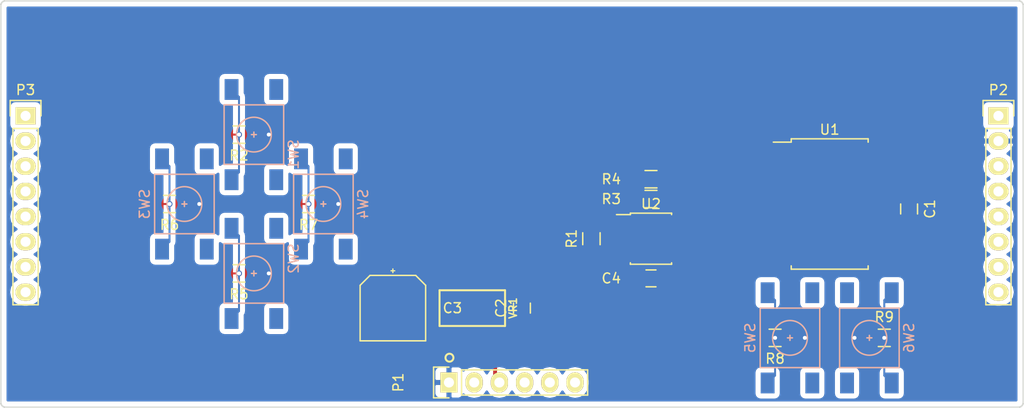
<source format=kicad_pcb>
(kicad_pcb (version 4) (host pcbnew 0.201509051501+6156~29~ubuntu15.04.1-product)

  (general
    (links 66)
    (no_connects 55)
    (area -51.575001 -20.575001 51.575001 20.575001)
    (thickness 1.6)
    (drawings 9)
    (tracks 84)
    (zones 0)
    (modules 25)
    (nets 39)
  )

  (page A4)
  (layers
    (0 F.Cu signal)
    (31 B.Cu signal)
    (32 B.Adhes user)
    (33 F.Adhes user)
    (34 B.Paste user)
    (35 F.Paste user)
    (36 B.SilkS user)
    (37 F.SilkS user)
    (38 B.Mask user)
    (39 F.Mask user)
    (40 Dwgs.User user)
    (41 Cmts.User user)
    (42 Eco1.User user)
    (43 Eco2.User user)
    (44 Edge.Cuts user)
    (45 Margin user)
    (46 B.CrtYd user)
    (47 F.CrtYd user)
    (48 B.Fab user)
    (49 F.Fab user)
  )

  (setup
    (last_trace_width 0.2)
    (trace_clearance 0.2)
    (zone_clearance 0.508)
    (zone_45_only no)
    (trace_min 0.2)
    (segment_width 0.2)
    (edge_width 0.15)
    (via_size 0.6)
    (via_drill 0.4)
    (via_min_size 0.4)
    (via_min_drill 0.3)
    (uvia_size 0.3)
    (uvia_drill 0.1)
    (uvias_allowed no)
    (uvia_min_size 0.2)
    (uvia_min_drill 0.1)
    (pcb_text_width 0.3)
    (pcb_text_size 1.5 1.5)
    (mod_edge_width 0.15)
    (mod_text_size 1 1)
    (mod_text_width 0.15)
    (pad_size 1.524 1.524)
    (pad_drill 0.762)
    (pad_to_mask_clearance 0.2)
    (aux_axis_origin 0 0)
    (grid_origin 145 105.5)
    (visible_elements FFFFFF7F)
    (pcbplotparams
      (layerselection 0x00030_80000001)
      (usegerberextensions false)
      (excludeedgelayer true)
      (linewidth 0.100000)
      (plotframeref false)
      (viasonmask false)
      (mode 1)
      (useauxorigin false)
      (hpglpennumber 1)
      (hpglpenspeed 20)
      (hpglpendiameter 15)
      (hpglpenoverlay 2)
      (psnegative false)
      (psa4output false)
      (plotreference true)
      (plotvalue true)
      (plotinvisibletext false)
      (padsonsilk false)
      (subtractmaskfromsilk false)
      (outputformat 1)
      (mirror false)
      (drillshape 1)
      (scaleselection 1)
      (outputdirectory ""))
  )

  (net 0 "")
  (net 1 GND)
  (net 2 +3V3)
  (net 3 +5V)
  (net 4 CTS)
  (net 5 RXD)
  (net 6 TXD)
  (net 7 RTS)
  (net 8 ~RESET)
  (net 9 SCLK)
  (net 10 MOSI)
  (net 11 MISO)
  (net 12 SSEL)
  (net 13 "Net-(P3-Pad1)")
  (net 14 "Net-(P3-Pad2)")
  (net 15 "Net-(P3-Pad3)")
  (net 16 "Net-(P3-Pad4)")
  (net 17 "Net-(P3-Pad5)")
  (net 18 "Net-(P3-Pad6)")
  (net 19 "Net-(P3-Pad7)")
  (net 20 "Net-(P3-Pad8)")
  (net 21 SQW)
  (net 22 "Net-(R2-Pad2)")
  (net 23 SCL)
  (net 24 SDA)
  (net 25 "Net-(R5-Pad2)")
  (net 26 "Net-(R6-Pad2)")
  (net 27 "Net-(R7-Pad2)")
  (net 28 "Net-(R8-Pad2)")
  (net 29 "Net-(R9-Pad2)")
  (net 30 ~UP)
  (net 31 ~DOWN)
  (net 32 ~LEFT)
  (net 33 ~RIGHT)
  (net 34 ~ISP)
  (net 35 "Net-(U1-Pad17)")
  (net 36 "Net-(U1-Pad18)")
  (net 37 "Net-(U1-Pad20)")
  (net 38 "Net-(U2-Pad1)")

  (net_class Default "This is the default net class."
    (clearance 0.2)
    (trace_width 0.2)
    (via_dia 0.6)
    (via_drill 0.4)
    (uvia_dia 0.3)
    (uvia_drill 0.1)
    (add_net CTS)
    (add_net MISO)
    (add_net MOSI)
    (add_net "Net-(P3-Pad1)")
    (add_net "Net-(P3-Pad2)")
    (add_net "Net-(P3-Pad3)")
    (add_net "Net-(P3-Pad4)")
    (add_net "Net-(P3-Pad5)")
    (add_net "Net-(P3-Pad6)")
    (add_net "Net-(P3-Pad7)")
    (add_net "Net-(P3-Pad8)")
    (add_net "Net-(R2-Pad2)")
    (add_net "Net-(R5-Pad2)")
    (add_net "Net-(R6-Pad2)")
    (add_net "Net-(R7-Pad2)")
    (add_net "Net-(R8-Pad2)")
    (add_net "Net-(R9-Pad2)")
    (add_net "Net-(U1-Pad17)")
    (add_net "Net-(U1-Pad18)")
    (add_net "Net-(U1-Pad20)")
    (add_net "Net-(U2-Pad1)")
    (add_net RTS)
    (add_net RXD)
    (add_net SCL)
    (add_net SCLK)
    (add_net SDA)
    (add_net SQW)
    (add_net SSEL)
    (add_net TXD)
    (add_net ~DOWN)
    (add_net ~ISP)
    (add_net ~LEFT)
    (add_net ~RESET)
    (add_net ~RIGHT)
    (add_net ~UP)
  )

  (net_class Power ""
    (clearance 0.2)
    (trace_width 0.4)
    (via_dia 0.8)
    (via_drill 0.4)
    (uvia_dia 0.3)
    (uvia_drill 0.1)
    (add_net +3V3)
    (add_net +5V)
    (add_net GND)
  )

  (module Capacitors_SMD:C_0805_HandSoldering (layer F.Cu) (tedit 541A9B8D) (tstamp 55EE673F)
    (at 40 0.5 270)
    (descr "Capacitor SMD 0805, hand soldering")
    (tags "capacitor 0805")
    (path /55EE7639)
    (attr smd)
    (fp_text reference C1 (at 0 -2.1 270) (layer F.SilkS)
      (effects (font (size 1 1) (thickness 0.15)))
    )
    (fp_text value C (at 0 2.1 270) (layer F.Fab)
      (effects (font (size 1 1) (thickness 0.15)))
    )
    (fp_line (start -2.3 -1) (end 2.3 -1) (layer F.CrtYd) (width 0.05))
    (fp_line (start -2.3 1) (end 2.3 1) (layer F.CrtYd) (width 0.05))
    (fp_line (start -2.3 -1) (end -2.3 1) (layer F.CrtYd) (width 0.05))
    (fp_line (start 2.3 -1) (end 2.3 1) (layer F.CrtYd) (width 0.05))
    (fp_line (start 0.5 -0.85) (end -0.5 -0.85) (layer F.SilkS) (width 0.15))
    (fp_line (start -0.5 0.85) (end 0.5 0.85) (layer F.SilkS) (width 0.15))
    (pad 1 smd rect (at -1.25 0 270) (size 1.5 1.25) (layers F.Cu F.Paste F.Mask)
      (net 1 GND))
    (pad 2 smd rect (at 1.25 0 270) (size 1.5 1.25) (layers F.Cu F.Paste F.Mask)
      (net 2 +3V3))
    (model Capacitors_SMD.3dshapes/C_0805_HandSoldering.wrl
      (at (xyz 0 0 0))
      (scale (xyz 1 1 1))
      (rotate (xyz 0 0 0))
    )
  )

  (module Capacitors_SMD:C_0805_HandSoldering (layer F.Cu) (tedit 541A9B8D) (tstamp 55EE6745)
    (at 1 10.5 90)
    (descr "Capacitor SMD 0805, hand soldering")
    (tags "capacitor 0805")
    (path /55EE4DF1)
    (attr smd)
    (fp_text reference C2 (at 0 -2.1 90) (layer F.SilkS)
      (effects (font (size 1 1) (thickness 0.15)))
    )
    (fp_text value C (at 0 2.1 90) (layer F.Fab)
      (effects (font (size 1 1) (thickness 0.15)))
    )
    (fp_line (start -2.3 -1) (end 2.3 -1) (layer F.CrtYd) (width 0.05))
    (fp_line (start -2.3 1) (end 2.3 1) (layer F.CrtYd) (width 0.05))
    (fp_line (start -2.3 -1) (end -2.3 1) (layer F.CrtYd) (width 0.05))
    (fp_line (start 2.3 -1) (end 2.3 1) (layer F.CrtYd) (width 0.05))
    (fp_line (start 0.5 -0.85) (end -0.5 -0.85) (layer F.SilkS) (width 0.15))
    (fp_line (start -0.5 0.85) (end 0.5 0.85) (layer F.SilkS) (width 0.15))
    (pad 1 smd rect (at -1.25 0 90) (size 1.5 1.25) (layers F.Cu F.Paste F.Mask)
      (net 3 +5V))
    (pad 2 smd rect (at 1.25 0 90) (size 1.5 1.25) (layers F.Cu F.Paste F.Mask)
      (net 1 GND))
    (model Capacitors_SMD.3dshapes/C_0805_HandSoldering.wrl
      (at (xyz 0 0 0))
      (scale (xyz 1 1 1))
      (rotate (xyz 0 0 0))
    )
  )

  (module miniclock:CPOL_SMD_6.3mm (layer F.Cu) (tedit 55EE0A83) (tstamp 55EE674B)
    (at -12 10.5)
    (path /55EE4E12)
    (fp_text reference C3 (at 6 0) (layer F.SilkS)
      (effects (font (size 1 1) (thickness 0.15)))
    )
    (fp_text value CP (at 10.7 1.4) (layer F.Fab)
      (effects (font (size 1 1) (thickness 0.15)))
    )
    (fp_text user + (at 0 -3.8) (layer F.SilkS)
      (effects (font (size 0.5 0.5) (thickness 0.125)))
    )
    (fp_line (start -3.3 -2.3) (end -3.3 3.3) (layer F.SilkS) (width 0.15))
    (fp_line (start -2.3 -3.3) (end -3.3 -2.3) (layer F.SilkS) (width 0.15))
    (fp_line (start 2.3 -3.3) (end -2.3 -3.3) (layer F.SilkS) (width 0.15))
    (fp_line (start 3.3 -2.3) (end 2.3 -3.3) (layer F.SilkS) (width 0.15))
    (fp_line (start 3.3 3.3) (end 3.3 -2.3) (layer F.SilkS) (width 0.15))
    (fp_line (start -3.3 3.3) (end 3.3 3.3) (layer F.SilkS) (width 0.15))
    (pad 1 smd rect (at 0 -3.65) (size 1.6 3.5) (layers F.Cu F.Paste F.Mask)
      (net 2 +3V3))
    (pad 2 smd rect (at 0 3.65) (size 1.6 3.5) (layers F.Cu F.Paste F.Mask)
      (net 1 GND))
  )

  (module Capacitors_SMD:C_0805_HandSoldering (layer F.Cu) (tedit 541A9B8D) (tstamp 55EE6751)
    (at 14 7.5 180)
    (descr "Capacitor SMD 0805, hand soldering")
    (tags "capacitor 0805")
    (path /55EE5833)
    (attr smd)
    (fp_text reference C4 (at 4 0 180) (layer F.SilkS)
      (effects (font (size 1 1) (thickness 0.15)))
    )
    (fp_text value C (at 0 2.1 180) (layer F.Fab)
      (effects (font (size 1 1) (thickness 0.15)))
    )
    (fp_line (start -2.3 -1) (end 2.3 -1) (layer F.CrtYd) (width 0.05))
    (fp_line (start -2.3 1) (end 2.3 1) (layer F.CrtYd) (width 0.05))
    (fp_line (start -2.3 -1) (end -2.3 1) (layer F.CrtYd) (width 0.05))
    (fp_line (start 2.3 -1) (end 2.3 1) (layer F.CrtYd) (width 0.05))
    (fp_line (start 0.5 -0.85) (end -0.5 -0.85) (layer F.SilkS) (width 0.15))
    (fp_line (start -0.5 0.85) (end 0.5 0.85) (layer F.SilkS) (width 0.15))
    (pad 1 smd rect (at -1.25 0 180) (size 1.5 1.25) (layers F.Cu F.Paste F.Mask)
      (net 1 GND))
    (pad 2 smd rect (at 1.25 0 180) (size 1.5 1.25) (layers F.Cu F.Paste F.Mask)
      (net 2 +3V3))
    (model Capacitors_SMD.3dshapes/C_0805_HandSoldering.wrl
      (at (xyz 0 0 0))
      (scale (xyz 1 1 1))
      (rotate (xyz 0 0 0))
    )
  )

  (module Pin_Headers:Pin_Header_Straight_1x06 (layer F.Cu) (tedit 0) (tstamp 55EE675B)
    (at -6.35 18 90)
    (descr "Through hole pin header")
    (tags "pin header")
    (path /55EE4BEF)
    (fp_text reference P1 (at 0 -5.1 90) (layer F.SilkS)
      (effects (font (size 1 1) (thickness 0.15)))
    )
    (fp_text value CONN_01X06 (at 2.5 11.35 180) (layer F.Fab)
      (effects (font (size 1 1) (thickness 0.15)))
    )
    (fp_line (start -1.75 -1.75) (end -1.75 14.45) (layer F.CrtYd) (width 0.05))
    (fp_line (start 1.75 -1.75) (end 1.75 14.45) (layer F.CrtYd) (width 0.05))
    (fp_line (start -1.75 -1.75) (end 1.75 -1.75) (layer F.CrtYd) (width 0.05))
    (fp_line (start -1.75 14.45) (end 1.75 14.45) (layer F.CrtYd) (width 0.05))
    (fp_line (start 1.27 1.27) (end 1.27 13.97) (layer F.SilkS) (width 0.15))
    (fp_line (start 1.27 13.97) (end -1.27 13.97) (layer F.SilkS) (width 0.15))
    (fp_line (start -1.27 13.97) (end -1.27 1.27) (layer F.SilkS) (width 0.15))
    (fp_line (start 1.55 -1.55) (end 1.55 0) (layer F.SilkS) (width 0.15))
    (fp_line (start 1.27 1.27) (end -1.27 1.27) (layer F.SilkS) (width 0.15))
    (fp_line (start -1.55 0) (end -1.55 -1.55) (layer F.SilkS) (width 0.15))
    (fp_line (start -1.55 -1.55) (end 1.55 -1.55) (layer F.SilkS) (width 0.15))
    (pad 1 thru_hole rect (at 0 0 90) (size 2.032 1.7272) (drill 1.016) (layers *.Cu *.Mask F.SilkS)
      (net 1 GND))
    (pad 2 thru_hole oval (at 0 2.54 90) (size 2.032 1.7272) (drill 1.016) (layers *.Cu *.Mask F.SilkS)
      (net 4 CTS))
    (pad 3 thru_hole oval (at 0 5.08 90) (size 2.032 1.7272) (drill 1.016) (layers *.Cu *.Mask F.SilkS)
      (net 3 +5V))
    (pad 4 thru_hole oval (at 0 7.62 90) (size 2.032 1.7272) (drill 1.016) (layers *.Cu *.Mask F.SilkS)
      (net 5 RXD))
    (pad 5 thru_hole oval (at 0 10.16 90) (size 2.032 1.7272) (drill 1.016) (layers *.Cu *.Mask F.SilkS)
      (net 6 TXD))
    (pad 6 thru_hole oval (at 0 12.7 90) (size 2.032 1.7272) (drill 1.016) (layers *.Cu *.Mask F.SilkS)
      (net 7 RTS))
    (model Pin_Headers.3dshapes/Pin_Header_Straight_1x06.wrl
      (at (xyz 0 -0.25 0))
      (scale (xyz 1 1 1))
      (rotate (xyz 0 0 90))
    )
  )

  (module Pin_Headers:Pin_Header_Straight_1x08 (layer F.Cu) (tedit 0) (tstamp 55EE6767)
    (at 49 -8.89)
    (descr "Through hole pin header")
    (tags "pin header")
    (path /55EE8B80)
    (fp_text reference P2 (at 0 -2.61) (layer F.SilkS)
      (effects (font (size 1 1) (thickness 0.15)))
    )
    (fp_text value CONN_01X08 (at -3 2.89 90) (layer F.Fab)
      (effects (font (size 1 1) (thickness 0.15)))
    )
    (fp_line (start -1.75 -1.75) (end -1.75 19.55) (layer F.CrtYd) (width 0.05))
    (fp_line (start 1.75 -1.75) (end 1.75 19.55) (layer F.CrtYd) (width 0.05))
    (fp_line (start -1.75 -1.75) (end 1.75 -1.75) (layer F.CrtYd) (width 0.05))
    (fp_line (start -1.75 19.55) (end 1.75 19.55) (layer F.CrtYd) (width 0.05))
    (fp_line (start 1.27 1.27) (end 1.27 19.05) (layer F.SilkS) (width 0.15))
    (fp_line (start 1.27 19.05) (end -1.27 19.05) (layer F.SilkS) (width 0.15))
    (fp_line (start -1.27 19.05) (end -1.27 1.27) (layer F.SilkS) (width 0.15))
    (fp_line (start 1.55 -1.55) (end 1.55 0) (layer F.SilkS) (width 0.15))
    (fp_line (start 1.27 1.27) (end -1.27 1.27) (layer F.SilkS) (width 0.15))
    (fp_line (start -1.55 0) (end -1.55 -1.55) (layer F.SilkS) (width 0.15))
    (fp_line (start -1.55 -1.55) (end 1.55 -1.55) (layer F.SilkS) (width 0.15))
    (pad 1 thru_hole rect (at 0 0) (size 2.032 1.7272) (drill 1.016) (layers *.Cu *.Mask F.SilkS)
      (net 8 ~RESET))
    (pad 2 thru_hole oval (at 0 2.54) (size 2.032 1.7272) (drill 1.016) (layers *.Cu *.Mask F.SilkS)
      (net 1 GND))
    (pad 3 thru_hole oval (at 0 5.08) (size 2.032 1.7272) (drill 1.016) (layers *.Cu *.Mask F.SilkS)
      (net 2 +3V3))
    (pad 4 thru_hole oval (at 0 7.62) (size 2.032 1.7272) (drill 1.016) (layers *.Cu *.Mask F.SilkS)
      (net 2 +3V3))
    (pad 5 thru_hole oval (at 0 10.16) (size 2.032 1.7272) (drill 1.016) (layers *.Cu *.Mask F.SilkS)
      (net 9 SCLK))
    (pad 6 thru_hole oval (at 0 12.7) (size 2.032 1.7272) (drill 1.016) (layers *.Cu *.Mask F.SilkS)
      (net 10 MOSI))
    (pad 7 thru_hole oval (at 0 15.24) (size 2.032 1.7272) (drill 1.016) (layers *.Cu *.Mask F.SilkS)
      (net 11 MISO))
    (pad 8 thru_hole oval (at 0 17.78) (size 2.032 1.7272) (drill 1.016) (layers *.Cu *.Mask F.SilkS)
      (net 12 SSEL))
    (model Pin_Headers.3dshapes/Pin_Header_Straight_1x08.wrl
      (at (xyz 0 -0.35 0))
      (scale (xyz 1 1 1))
      (rotate (xyz 0 0 90))
    )
  )

  (module Pin_Headers:Pin_Header_Straight_1x08 (layer F.Cu) (tedit 0) (tstamp 55EE6773)
    (at -49 -8.89)
    (descr "Through hole pin header")
    (tags "pin header")
    (path /55EE8C35)
    (fp_text reference P3 (at 0 -2.61) (layer F.SilkS)
      (effects (font (size 1 1) (thickness 0.15)))
    )
    (fp_text value CONN_01X08 (at 2.5 2.89 90) (layer F.Fab)
      (effects (font (size 1 1) (thickness 0.15)))
    )
    (fp_line (start -1.75 -1.75) (end -1.75 19.55) (layer F.CrtYd) (width 0.05))
    (fp_line (start 1.75 -1.75) (end 1.75 19.55) (layer F.CrtYd) (width 0.05))
    (fp_line (start -1.75 -1.75) (end 1.75 -1.75) (layer F.CrtYd) (width 0.05))
    (fp_line (start -1.75 19.55) (end 1.75 19.55) (layer F.CrtYd) (width 0.05))
    (fp_line (start 1.27 1.27) (end 1.27 19.05) (layer F.SilkS) (width 0.15))
    (fp_line (start 1.27 19.05) (end -1.27 19.05) (layer F.SilkS) (width 0.15))
    (fp_line (start -1.27 19.05) (end -1.27 1.27) (layer F.SilkS) (width 0.15))
    (fp_line (start 1.55 -1.55) (end 1.55 0) (layer F.SilkS) (width 0.15))
    (fp_line (start 1.27 1.27) (end -1.27 1.27) (layer F.SilkS) (width 0.15))
    (fp_line (start -1.55 0) (end -1.55 -1.55) (layer F.SilkS) (width 0.15))
    (fp_line (start -1.55 -1.55) (end 1.55 -1.55) (layer F.SilkS) (width 0.15))
    (pad 1 thru_hole rect (at 0 0) (size 2.032 1.7272) (drill 1.016) (layers *.Cu *.Mask F.SilkS)
      (net 13 "Net-(P3-Pad1)"))
    (pad 2 thru_hole oval (at 0 2.54) (size 2.032 1.7272) (drill 1.016) (layers *.Cu *.Mask F.SilkS)
      (net 14 "Net-(P3-Pad2)"))
    (pad 3 thru_hole oval (at 0 5.08) (size 2.032 1.7272) (drill 1.016) (layers *.Cu *.Mask F.SilkS)
      (net 15 "Net-(P3-Pad3)"))
    (pad 4 thru_hole oval (at 0 7.62) (size 2.032 1.7272) (drill 1.016) (layers *.Cu *.Mask F.SilkS)
      (net 16 "Net-(P3-Pad4)"))
    (pad 5 thru_hole oval (at 0 10.16) (size 2.032 1.7272) (drill 1.016) (layers *.Cu *.Mask F.SilkS)
      (net 17 "Net-(P3-Pad5)"))
    (pad 6 thru_hole oval (at 0 12.7) (size 2.032 1.7272) (drill 1.016) (layers *.Cu *.Mask F.SilkS)
      (net 18 "Net-(P3-Pad6)"))
    (pad 7 thru_hole oval (at 0 15.24) (size 2.032 1.7272) (drill 1.016) (layers *.Cu *.Mask F.SilkS)
      (net 19 "Net-(P3-Pad7)"))
    (pad 8 thru_hole oval (at 0 17.78) (size 2.032 1.7272) (drill 1.016) (layers *.Cu *.Mask F.SilkS)
      (net 20 "Net-(P3-Pad8)"))
    (model Pin_Headers.3dshapes/Pin_Header_Straight_1x08.wrl
      (at (xyz 0 -0.35 0))
      (scale (xyz 1 1 1))
      (rotate (xyz 0 0 90))
    )
  )

  (module Resistors_SMD:R_0805_HandSoldering (layer F.Cu) (tedit 54189DEE) (tstamp 55EE6779)
    (at 8 3.5 270)
    (descr "Resistor SMD 0805, hand soldering")
    (tags "resistor 0805")
    (path /55EE5C80)
    (attr smd)
    (fp_text reference R1 (at 0 2 270) (layer F.SilkS)
      (effects (font (size 1 1) (thickness 0.15)))
    )
    (fp_text value R (at -3 0 270) (layer F.Fab)
      (effects (font (size 1 1) (thickness 0.15)))
    )
    (fp_line (start -2.4 -1) (end 2.4 -1) (layer F.CrtYd) (width 0.05))
    (fp_line (start -2.4 1) (end 2.4 1) (layer F.CrtYd) (width 0.05))
    (fp_line (start -2.4 -1) (end -2.4 1) (layer F.CrtYd) (width 0.05))
    (fp_line (start 2.4 -1) (end 2.4 1) (layer F.CrtYd) (width 0.05))
    (fp_line (start 0.6 0.875) (end -0.6 0.875) (layer F.SilkS) (width 0.15))
    (fp_line (start -0.6 -0.875) (end 0.6 -0.875) (layer F.SilkS) (width 0.15))
    (pad 1 smd rect (at -1.35 0 270) (size 1.5 1.3) (layers F.Cu F.Paste F.Mask)
      (net 2 +3V3))
    (pad 2 smd rect (at 1.35 0 270) (size 1.5 1.3) (layers F.Cu F.Paste F.Mask)
      (net 21 SQW))
    (model Resistors_SMD.3dshapes/R_0805_HandSoldering.wrl
      (at (xyz 0 0 0))
      (scale (xyz 1 1 1))
      (rotate (xyz 0 0 0))
    )
  )

  (module Resistors_SMD:R_0805_HandSoldering (layer F.Cu) (tedit 54189DEE) (tstamp 55EE677F)
    (at -27.5 -7 180)
    (descr "Resistor SMD 0805, hand soldering")
    (tags "resistor 0805")
    (path /55EE97D3)
    (attr smd)
    (fp_text reference R2 (at 0 -2.1 180) (layer F.SilkS)
      (effects (font (size 1 1) (thickness 0.15)))
    )
    (fp_text value R (at 0 2.1 180) (layer F.Fab)
      (effects (font (size 1 1) (thickness 0.15)))
    )
    (fp_line (start -2.4 -1) (end 2.4 -1) (layer F.CrtYd) (width 0.05))
    (fp_line (start -2.4 1) (end 2.4 1) (layer F.CrtYd) (width 0.05))
    (fp_line (start -2.4 -1) (end -2.4 1) (layer F.CrtYd) (width 0.05))
    (fp_line (start 2.4 -1) (end 2.4 1) (layer F.CrtYd) (width 0.05))
    (fp_line (start 0.6 0.875) (end -0.6 0.875) (layer F.SilkS) (width 0.15))
    (fp_line (start -0.6 -0.875) (end 0.6 -0.875) (layer F.SilkS) (width 0.15))
    (pad 1 smd rect (at -1.35 0 180) (size 1.5 1.3) (layers F.Cu F.Paste F.Mask)
      (net 1 GND))
    (pad 2 smd rect (at 1.35 0 180) (size 1.5 1.3) (layers F.Cu F.Paste F.Mask)
      (net 22 "Net-(R2-Pad2)"))
    (model Resistors_SMD.3dshapes/R_0805_HandSoldering.wrl
      (at (xyz 0 0 0))
      (scale (xyz 1 1 1))
      (rotate (xyz 0 0 0))
    )
  )

  (module Resistors_SMD:R_0805_HandSoldering (layer F.Cu) (tedit 54189DEE) (tstamp 55EE6785)
    (at 14 -0.5)
    (descr "Resistor SMD 0805, hand soldering")
    (tags "resistor 0805")
    (path /55EE5A7A)
    (attr smd)
    (fp_text reference R3 (at -4 0 180) (layer F.SilkS)
      (effects (font (size 1 1) (thickness 0.15)))
    )
    (fp_text value R (at 0 2.1) (layer F.Fab)
      (effects (font (size 1 1) (thickness 0.15)))
    )
    (fp_line (start -2.4 -1) (end 2.4 -1) (layer F.CrtYd) (width 0.05))
    (fp_line (start -2.4 1) (end 2.4 1) (layer F.CrtYd) (width 0.05))
    (fp_line (start -2.4 -1) (end -2.4 1) (layer F.CrtYd) (width 0.05))
    (fp_line (start 2.4 -1) (end 2.4 1) (layer F.CrtYd) (width 0.05))
    (fp_line (start 0.6 0.875) (end -0.6 0.875) (layer F.SilkS) (width 0.15))
    (fp_line (start -0.6 -0.875) (end 0.6 -0.875) (layer F.SilkS) (width 0.15))
    (pad 1 smd rect (at -1.35 0) (size 1.5 1.3) (layers F.Cu F.Paste F.Mask)
      (net 2 +3V3))
    (pad 2 smd rect (at 1.35 0) (size 1.5 1.3) (layers F.Cu F.Paste F.Mask)
      (net 23 SCL))
    (model Resistors_SMD.3dshapes/R_0805_HandSoldering.wrl
      (at (xyz 0 0 0))
      (scale (xyz 1 1 1))
      (rotate (xyz 0 0 0))
    )
  )

  (module Resistors_SMD:R_0805_HandSoldering (layer F.Cu) (tedit 54189DEE) (tstamp 55EE678B)
    (at 14 -2.5)
    (descr "Resistor SMD 0805, hand soldering")
    (tags "resistor 0805")
    (path /55EE5AA1)
    (attr smd)
    (fp_text reference R4 (at -4 0) (layer F.SilkS)
      (effects (font (size 1 1) (thickness 0.15)))
    )
    (fp_text value R (at 0 2.1) (layer F.Fab)
      (effects (font (size 1 1) (thickness 0.15)))
    )
    (fp_line (start -2.4 -1) (end 2.4 -1) (layer F.CrtYd) (width 0.05))
    (fp_line (start -2.4 1) (end 2.4 1) (layer F.CrtYd) (width 0.05))
    (fp_line (start -2.4 -1) (end -2.4 1) (layer F.CrtYd) (width 0.05))
    (fp_line (start 2.4 -1) (end 2.4 1) (layer F.CrtYd) (width 0.05))
    (fp_line (start 0.6 0.875) (end -0.6 0.875) (layer F.SilkS) (width 0.15))
    (fp_line (start -0.6 -0.875) (end 0.6 -0.875) (layer F.SilkS) (width 0.15))
    (pad 1 smd rect (at -1.35 0) (size 1.5 1.3) (layers F.Cu F.Paste F.Mask)
      (net 2 +3V3))
    (pad 2 smd rect (at 1.35 0) (size 1.5 1.3) (layers F.Cu F.Paste F.Mask)
      (net 24 SDA))
    (model Resistors_SMD.3dshapes/R_0805_HandSoldering.wrl
      (at (xyz 0 0 0))
      (scale (xyz 1 1 1))
      (rotate (xyz 0 0 0))
    )
  )

  (module Resistors_SMD:R_0805_HandSoldering (layer F.Cu) (tedit 54189DEE) (tstamp 55EE6791)
    (at -27.5 7 180)
    (descr "Resistor SMD 0805, hand soldering")
    (tags "resistor 0805")
    (path /55EE9AC0)
    (attr smd)
    (fp_text reference R5 (at 0 -2.1 180) (layer F.SilkS)
      (effects (font (size 1 1) (thickness 0.15)))
    )
    (fp_text value R (at 0 2.1 180) (layer F.Fab)
      (effects (font (size 1 1) (thickness 0.15)))
    )
    (fp_line (start -2.4 -1) (end 2.4 -1) (layer F.CrtYd) (width 0.05))
    (fp_line (start -2.4 1) (end 2.4 1) (layer F.CrtYd) (width 0.05))
    (fp_line (start -2.4 -1) (end -2.4 1) (layer F.CrtYd) (width 0.05))
    (fp_line (start 2.4 -1) (end 2.4 1) (layer F.CrtYd) (width 0.05))
    (fp_line (start 0.6 0.875) (end -0.6 0.875) (layer F.SilkS) (width 0.15))
    (fp_line (start -0.6 -0.875) (end 0.6 -0.875) (layer F.SilkS) (width 0.15))
    (pad 1 smd rect (at -1.35 0 180) (size 1.5 1.3) (layers F.Cu F.Paste F.Mask)
      (net 1 GND))
    (pad 2 smd rect (at 1.35 0 180) (size 1.5 1.3) (layers F.Cu F.Paste F.Mask)
      (net 25 "Net-(R5-Pad2)"))
    (model Resistors_SMD.3dshapes/R_0805_HandSoldering.wrl
      (at (xyz 0 0 0))
      (scale (xyz 1 1 1))
      (rotate (xyz 0 0 0))
    )
  )

  (module Resistors_SMD:R_0805_HandSoldering (layer F.Cu) (tedit 54189DEE) (tstamp 55EE6797)
    (at -34.5 0 180)
    (descr "Resistor SMD 0805, hand soldering")
    (tags "resistor 0805")
    (path /55EE9C0F)
    (attr smd)
    (fp_text reference R6 (at 0 -2.1 180) (layer F.SilkS)
      (effects (font (size 1 1) (thickness 0.15)))
    )
    (fp_text value R (at 0 2.1 180) (layer F.Fab)
      (effects (font (size 1 1) (thickness 0.15)))
    )
    (fp_line (start -2.4 -1) (end 2.4 -1) (layer F.CrtYd) (width 0.05))
    (fp_line (start -2.4 1) (end 2.4 1) (layer F.CrtYd) (width 0.05))
    (fp_line (start -2.4 -1) (end -2.4 1) (layer F.CrtYd) (width 0.05))
    (fp_line (start 2.4 -1) (end 2.4 1) (layer F.CrtYd) (width 0.05))
    (fp_line (start 0.6 0.875) (end -0.6 0.875) (layer F.SilkS) (width 0.15))
    (fp_line (start -0.6 -0.875) (end 0.6 -0.875) (layer F.SilkS) (width 0.15))
    (pad 1 smd rect (at -1.35 0 180) (size 1.5 1.3) (layers F.Cu F.Paste F.Mask)
      (net 1 GND))
    (pad 2 smd rect (at 1.35 0 180) (size 1.5 1.3) (layers F.Cu F.Paste F.Mask)
      (net 26 "Net-(R6-Pad2)"))
    (model Resistors_SMD.3dshapes/R_0805_HandSoldering.wrl
      (at (xyz 0 0 0))
      (scale (xyz 1 1 1))
      (rotate (xyz 0 0 0))
    )
  )

  (module Resistors_SMD:R_0805_HandSoldering (layer F.Cu) (tedit 54189DEE) (tstamp 55EE679D)
    (at -20.5 0 180)
    (descr "Resistor SMD 0805, hand soldering")
    (tags "resistor 0805")
    (path /55EE9C20)
    (attr smd)
    (fp_text reference R7 (at 0 -2.1 180) (layer F.SilkS)
      (effects (font (size 1 1) (thickness 0.15)))
    )
    (fp_text value R (at 0 2.1 180) (layer F.Fab)
      (effects (font (size 1 1) (thickness 0.15)))
    )
    (fp_line (start -2.4 -1) (end 2.4 -1) (layer F.CrtYd) (width 0.05))
    (fp_line (start -2.4 1) (end 2.4 1) (layer F.CrtYd) (width 0.05))
    (fp_line (start -2.4 -1) (end -2.4 1) (layer F.CrtYd) (width 0.05))
    (fp_line (start 2.4 -1) (end 2.4 1) (layer F.CrtYd) (width 0.05))
    (fp_line (start 0.6 0.875) (end -0.6 0.875) (layer F.SilkS) (width 0.15))
    (fp_line (start -0.6 -0.875) (end 0.6 -0.875) (layer F.SilkS) (width 0.15))
    (pad 1 smd rect (at -1.35 0 180) (size 1.5 1.3) (layers F.Cu F.Paste F.Mask)
      (net 1 GND))
    (pad 2 smd rect (at 1.35 0 180) (size 1.5 1.3) (layers F.Cu F.Paste F.Mask)
      (net 27 "Net-(R7-Pad2)"))
    (model Resistors_SMD.3dshapes/R_0805_HandSoldering.wrl
      (at (xyz 0 0 0))
      (scale (xyz 1 1 1))
      (rotate (xyz 0 0 0))
    )
  )

  (module Resistors_SMD:R_0805_HandSoldering (layer F.Cu) (tedit 54189DEE) (tstamp 55EE67A3)
    (at 26.5 13.5 180)
    (descr "Resistor SMD 0805, hand soldering")
    (tags "resistor 0805")
    (path /55EE9DA2)
    (attr smd)
    (fp_text reference R8 (at 0 -2.1 180) (layer F.SilkS)
      (effects (font (size 1 1) (thickness 0.15)))
    )
    (fp_text value R (at 0 2.1 180) (layer F.Fab)
      (effects (font (size 1 1) (thickness 0.15)))
    )
    (fp_line (start -2.4 -1) (end 2.4 -1) (layer F.CrtYd) (width 0.05))
    (fp_line (start -2.4 1) (end 2.4 1) (layer F.CrtYd) (width 0.05))
    (fp_line (start -2.4 -1) (end -2.4 1) (layer F.CrtYd) (width 0.05))
    (fp_line (start 2.4 -1) (end 2.4 1) (layer F.CrtYd) (width 0.05))
    (fp_line (start 0.6 0.875) (end -0.6 0.875) (layer F.SilkS) (width 0.15))
    (fp_line (start -0.6 -0.875) (end 0.6 -0.875) (layer F.SilkS) (width 0.15))
    (pad 1 smd rect (at -1.35 0 180) (size 1.5 1.3) (layers F.Cu F.Paste F.Mask)
      (net 1 GND))
    (pad 2 smd rect (at 1.35 0 180) (size 1.5 1.3) (layers F.Cu F.Paste F.Mask)
      (net 28 "Net-(R8-Pad2)"))
    (model Resistors_SMD.3dshapes/R_0805_HandSoldering.wrl
      (at (xyz 0 0 0))
      (scale (xyz 1 1 1))
      (rotate (xyz 0 0 0))
    )
  )

  (module Resistors_SMD:R_0805_HandSoldering (layer F.Cu) (tedit 54189DEE) (tstamp 55EE67A9)
    (at 37.5 13.5)
    (descr "Resistor SMD 0805, hand soldering")
    (tags "resistor 0805")
    (path /55EE9DB3)
    (attr smd)
    (fp_text reference R9 (at 0 -2.1) (layer F.SilkS)
      (effects (font (size 1 1) (thickness 0.15)))
    )
    (fp_text value R (at 0 2.1) (layer F.Fab)
      (effects (font (size 1 1) (thickness 0.15)))
    )
    (fp_line (start -2.4 -1) (end 2.4 -1) (layer F.CrtYd) (width 0.05))
    (fp_line (start -2.4 1) (end 2.4 1) (layer F.CrtYd) (width 0.05))
    (fp_line (start -2.4 -1) (end -2.4 1) (layer F.CrtYd) (width 0.05))
    (fp_line (start 2.4 -1) (end 2.4 1) (layer F.CrtYd) (width 0.05))
    (fp_line (start 0.6 0.875) (end -0.6 0.875) (layer F.SilkS) (width 0.15))
    (fp_line (start -0.6 -0.875) (end 0.6 -0.875) (layer F.SilkS) (width 0.15))
    (pad 1 smd rect (at -1.35 0) (size 1.5 1.3) (layers F.Cu F.Paste F.Mask)
      (net 1 GND))
    (pad 2 smd rect (at 1.35 0) (size 1.5 1.3) (layers F.Cu F.Paste F.Mask)
      (net 29 "Net-(R9-Pad2)"))
    (model Resistors_SMD.3dshapes/R_0805_HandSoldering.wrl
      (at (xyz 0 0 0))
      (scale (xyz 1 1 1))
      (rotate (xyz 0 0 0))
    )
  )

  (module miniclock:PUSHSWITCH (layer B.Cu) (tedit 55EE5F1F) (tstamp 55EE67B8)
    (at -26 -7)
    (path /55EE94AA)
    (fp_text reference SW1 (at 4 2 270) (layer B.SilkS)
      (effects (font (size 1 1) (thickness 0.15)) (justify mirror))
    )
    (fp_text value SW_PUSH (at 0 -6.5 270) (layer B.Fab)
      (effects (font (size 1 1) (thickness 0.15)) (justify mirror))
    )
    (fp_line (start 0 0.25) (end 0 -0.25) (layer B.SilkS) (width 0.15))
    (fp_line (start -0.25 0) (end 0.25 0) (layer B.SilkS) (width 0.15))
    (fp_circle (center 0 0) (end 0 -1.75) (layer B.SilkS) (width 0.15))
    (fp_line (start -3 -3) (end -3 3) (layer B.SilkS) (width 0.15))
    (fp_line (start 3 -3) (end -3 -3) (layer B.SilkS) (width 0.15))
    (fp_line (start 3 3) (end 3 -3) (layer B.SilkS) (width 0.15))
    (fp_line (start -3 3) (end 3 3) (layer B.SilkS) (width 0.15))
    (pad 1 smd rect (at 2.25 -4.55) (size 1.4 2.1) (layers B.Cu B.Paste B.Mask)
      (net 30 ~UP))
    (pad 2 smd rect (at -2.25 -4.55) (size 1.4 2.1) (layers B.Cu B.Paste B.Mask)
      (net 22 "Net-(R2-Pad2)"))
    (pad 2 smd rect (at -2.25 4.55) (size 1.4 2.1) (layers B.Cu B.Paste B.Mask)
      (net 22 "Net-(R2-Pad2)"))
    (pad 1 smd rect (at 2.25 4.55) (size 1.4 2.1) (layers B.Cu B.Paste B.Mask)
      (net 30 ~UP))
  )

  (module miniclock:PUSHSWITCH (layer B.Cu) (tedit 55EE5F1F) (tstamp 55EE67C7)
    (at -26 7)
    (path /55EE9ABA)
    (fp_text reference SW2 (at 4 -1.5 270) (layer B.SilkS)
      (effects (font (size 1 1) (thickness 0.15)) (justify mirror))
    )
    (fp_text value SW_PUSH (at 0 6.5 270) (layer B.Fab)
      (effects (font (size 1 1) (thickness 0.15)) (justify mirror))
    )
    (fp_line (start 0 0.25) (end 0 -0.25) (layer B.SilkS) (width 0.15))
    (fp_line (start -0.25 0) (end 0.25 0) (layer B.SilkS) (width 0.15))
    (fp_circle (center 0 0) (end 0 -1.75) (layer B.SilkS) (width 0.15))
    (fp_line (start -3 -3) (end -3 3) (layer B.SilkS) (width 0.15))
    (fp_line (start 3 -3) (end -3 -3) (layer B.SilkS) (width 0.15))
    (fp_line (start 3 3) (end 3 -3) (layer B.SilkS) (width 0.15))
    (fp_line (start -3 3) (end 3 3) (layer B.SilkS) (width 0.15))
    (pad 1 smd rect (at 2.25 -4.55) (size 1.4 2.1) (layers B.Cu B.Paste B.Mask)
      (net 31 ~DOWN))
    (pad 2 smd rect (at -2.25 -4.55) (size 1.4 2.1) (layers B.Cu B.Paste B.Mask)
      (net 25 "Net-(R5-Pad2)"))
    (pad 2 smd rect (at -2.25 4.55) (size 1.4 2.1) (layers B.Cu B.Paste B.Mask)
      (net 25 "Net-(R5-Pad2)"))
    (pad 1 smd rect (at 2.25 4.55) (size 1.4 2.1) (layers B.Cu B.Paste B.Mask)
      (net 31 ~DOWN))
  )

  (module miniclock:PUSHSWITCH (layer B.Cu) (tedit 55EE5F1F) (tstamp 55EE67D6)
    (at -33 0)
    (path /55EE9C09)
    (fp_text reference SW3 (at -4 0 270) (layer B.SilkS)
      (effects (font (size 1 1) (thickness 0.15)) (justify mirror))
    )
    (fp_text value SW_PUSH (at 0 -6.5 270) (layer B.Fab)
      (effects (font (size 1 1) (thickness 0.15)) (justify mirror))
    )
    (fp_line (start 0 0.25) (end 0 -0.25) (layer B.SilkS) (width 0.15))
    (fp_line (start -0.25 0) (end 0.25 0) (layer B.SilkS) (width 0.15))
    (fp_circle (center 0 0) (end 0 -1.75) (layer B.SilkS) (width 0.15))
    (fp_line (start -3 -3) (end -3 3) (layer B.SilkS) (width 0.15))
    (fp_line (start 3 -3) (end -3 -3) (layer B.SilkS) (width 0.15))
    (fp_line (start 3 3) (end 3 -3) (layer B.SilkS) (width 0.15))
    (fp_line (start -3 3) (end 3 3) (layer B.SilkS) (width 0.15))
    (pad 1 smd rect (at 2.25 -4.55) (size 1.4 2.1) (layers B.Cu B.Paste B.Mask)
      (net 32 ~LEFT))
    (pad 2 smd rect (at -2.25 -4.55) (size 1.4 2.1) (layers B.Cu B.Paste B.Mask)
      (net 26 "Net-(R6-Pad2)"))
    (pad 2 smd rect (at -2.25 4.55) (size 1.4 2.1) (layers B.Cu B.Paste B.Mask)
      (net 26 "Net-(R6-Pad2)"))
    (pad 1 smd rect (at 2.25 4.55) (size 1.4 2.1) (layers B.Cu B.Paste B.Mask)
      (net 32 ~LEFT))
  )

  (module miniclock:PUSHSWITCH (layer B.Cu) (tedit 55EE5F1F) (tstamp 55EE67E5)
    (at -19 0)
    (path /55EE9C1A)
    (fp_text reference SW4 (at 4 0 270) (layer B.SilkS)
      (effects (font (size 1 1) (thickness 0.15)) (justify mirror))
    )
    (fp_text value SW_PUSH (at 0 6.5 270) (layer B.Fab)
      (effects (font (size 1 1) (thickness 0.15)) (justify mirror))
    )
    (fp_line (start 0 0.25) (end 0 -0.25) (layer B.SilkS) (width 0.15))
    (fp_line (start -0.25 0) (end 0.25 0) (layer B.SilkS) (width 0.15))
    (fp_circle (center 0 0) (end 0 -1.75) (layer B.SilkS) (width 0.15))
    (fp_line (start -3 -3) (end -3 3) (layer B.SilkS) (width 0.15))
    (fp_line (start 3 -3) (end -3 -3) (layer B.SilkS) (width 0.15))
    (fp_line (start 3 3) (end 3 -3) (layer B.SilkS) (width 0.15))
    (fp_line (start -3 3) (end 3 3) (layer B.SilkS) (width 0.15))
    (pad 1 smd rect (at 2.25 -4.55) (size 1.4 2.1) (layers B.Cu B.Paste B.Mask)
      (net 33 ~RIGHT))
    (pad 2 smd rect (at -2.25 -4.55) (size 1.4 2.1) (layers B.Cu B.Paste B.Mask)
      (net 27 "Net-(R7-Pad2)"))
    (pad 2 smd rect (at -2.25 4.55) (size 1.4 2.1) (layers B.Cu B.Paste B.Mask)
      (net 27 "Net-(R7-Pad2)"))
    (pad 1 smd rect (at 2.25 4.55) (size 1.4 2.1) (layers B.Cu B.Paste B.Mask)
      (net 33 ~RIGHT))
  )

  (module miniclock:PUSHSWITCH (layer B.Cu) (tedit 55EE5F1F) (tstamp 55EE67F4)
    (at 28 13.5)
    (path /55EE9D9C)
    (fp_text reference SW5 (at -4 0 270) (layer B.SilkS)
      (effects (font (size 1 1) (thickness 0.15)) (justify mirror))
    )
    (fp_text value SW_PUSH (at -5.5 0 270) (layer B.Fab)
      (effects (font (size 1 1) (thickness 0.15)) (justify mirror))
    )
    (fp_line (start 0 0.25) (end 0 -0.25) (layer B.SilkS) (width 0.15))
    (fp_line (start -0.25 0) (end 0.25 0) (layer B.SilkS) (width 0.15))
    (fp_circle (center 0 0) (end 0 -1.75) (layer B.SilkS) (width 0.15))
    (fp_line (start -3 -3) (end -3 3) (layer B.SilkS) (width 0.15))
    (fp_line (start 3 -3) (end -3 -3) (layer B.SilkS) (width 0.15))
    (fp_line (start 3 3) (end 3 -3) (layer B.SilkS) (width 0.15))
    (fp_line (start -3 3) (end 3 3) (layer B.SilkS) (width 0.15))
    (pad 1 smd rect (at 2.25 -4.55) (size 1.4 2.1) (layers B.Cu B.Paste B.Mask)
      (net 8 ~RESET))
    (pad 2 smd rect (at -2.25 -4.55) (size 1.4 2.1) (layers B.Cu B.Paste B.Mask)
      (net 28 "Net-(R8-Pad2)"))
    (pad 2 smd rect (at -2.25 4.55) (size 1.4 2.1) (layers B.Cu B.Paste B.Mask)
      (net 28 "Net-(R8-Pad2)"))
    (pad 1 smd rect (at 2.25 4.55) (size 1.4 2.1) (layers B.Cu B.Paste B.Mask)
      (net 8 ~RESET))
  )

  (module miniclock:PUSHSWITCH (layer B.Cu) (tedit 55EE5F1F) (tstamp 55EE6803)
    (at 36 13.5 180)
    (path /55EE9DAD)
    (fp_text reference SW6 (at -4 0 450) (layer B.SilkS)
      (effects (font (size 1 1) (thickness 0.15)) (justify mirror))
    )
    (fp_text value SW_PUSH (at -5.5 0 450) (layer B.Fab)
      (effects (font (size 1 1) (thickness 0.15)) (justify mirror))
    )
    (fp_line (start 0 0.25) (end 0 -0.25) (layer B.SilkS) (width 0.15))
    (fp_line (start -0.25 0) (end 0.25 0) (layer B.SilkS) (width 0.15))
    (fp_circle (center 0 0) (end 0 -1.75) (layer B.SilkS) (width 0.15))
    (fp_line (start -3 -3) (end -3 3) (layer B.SilkS) (width 0.15))
    (fp_line (start 3 -3) (end -3 -3) (layer B.SilkS) (width 0.15))
    (fp_line (start 3 3) (end 3 -3) (layer B.SilkS) (width 0.15))
    (fp_line (start -3 3) (end 3 3) (layer B.SilkS) (width 0.15))
    (pad 1 smd rect (at 2.25 -4.55 180) (size 1.4 2.1) (layers B.Cu B.Paste B.Mask)
      (net 34 ~ISP))
    (pad 2 smd rect (at -2.25 -4.55 180) (size 1.4 2.1) (layers B.Cu B.Paste B.Mask)
      (net 29 "Net-(R9-Pad2)"))
    (pad 2 smd rect (at -2.25 4.55 180) (size 1.4 2.1) (layers B.Cu B.Paste B.Mask)
      (net 29 "Net-(R9-Pad2)"))
    (pad 1 smd rect (at 2.25 4.55 180) (size 1.4 2.1) (layers B.Cu B.Paste B.Mask)
      (net 34 ~ISP))
  )

  (module Housings_SOIC:SOIC-20_7.5x12.8mm_Pitch1.27mm (layer F.Cu) (tedit 54130A77) (tstamp 55EE681B)
    (at 32 0)
    (descr "20-Lead Plastic Small Outline (SO) - Wide, 7.50 mm Body [SOIC] (see Microchip Packaging Specification 00000049BS.pdf)")
    (tags "SOIC 1.27")
    (path /55EE5334)
    (attr smd)
    (fp_text reference U1 (at 0 -7.5) (layer F.SilkS)
      (effects (font (size 1 1) (thickness 0.15)))
    )
    (fp_text value LPC812 (at 0 0) (layer F.Fab)
      (effects (font (size 1 1) (thickness 0.15)))
    )
    (fp_line (start -5.95 -6.75) (end -5.95 6.75) (layer F.CrtYd) (width 0.05))
    (fp_line (start 5.95 -6.75) (end 5.95 6.75) (layer F.CrtYd) (width 0.05))
    (fp_line (start -5.95 -6.75) (end 5.95 -6.75) (layer F.CrtYd) (width 0.05))
    (fp_line (start -5.95 6.75) (end 5.95 6.75) (layer F.CrtYd) (width 0.05))
    (fp_line (start -3.875 -6.575) (end -3.875 -6.24) (layer F.SilkS) (width 0.15))
    (fp_line (start 3.875 -6.575) (end 3.875 -6.24) (layer F.SilkS) (width 0.15))
    (fp_line (start 3.875 6.575) (end 3.875 6.24) (layer F.SilkS) (width 0.15))
    (fp_line (start -3.875 6.575) (end -3.875 6.24) (layer F.SilkS) (width 0.15))
    (fp_line (start -3.875 -6.575) (end 3.875 -6.575) (layer F.SilkS) (width 0.15))
    (fp_line (start -3.875 6.575) (end 3.875 6.575) (layer F.SilkS) (width 0.15))
    (fp_line (start -3.875 -6.24) (end -5.675 -6.24) (layer F.SilkS) (width 0.15))
    (pad 1 smd rect (at -4.7 -5.715) (size 1.95 0.6) (layers F.Cu F.Paste F.Mask)
      (net 30 ~UP))
    (pad 2 smd rect (at -4.7 -4.445) (size 1.95 0.6) (layers F.Cu F.Paste F.Mask)
      (net 31 ~DOWN))
    (pad 3 smd rect (at -4.7 -3.175) (size 1.95 0.6) (layers F.Cu F.Paste F.Mask)
      (net 34 ~ISP))
    (pad 4 smd rect (at -4.7 -1.905) (size 1.95 0.6) (layers F.Cu F.Paste F.Mask)
      (net 8 ~RESET))
    (pad 5 smd rect (at -4.7 -0.635) (size 1.95 0.6) (layers F.Cu F.Paste F.Mask)
      (net 6 TXD))
    (pad 6 smd rect (at -4.7 0.635) (size 1.95 0.6) (layers F.Cu F.Paste F.Mask)
      (net 32 ~LEFT))
    (pad 7 smd rect (at -4.7 1.905) (size 1.95 0.6) (layers F.Cu F.Paste F.Mask)
      (net 33 ~RIGHT))
    (pad 8 smd rect (at -4.7 3.175) (size 1.95 0.6) (layers F.Cu F.Paste F.Mask)
      (net 23 SCL))
    (pad 9 smd rect (at -4.7 4.445) (size 1.95 0.6) (layers F.Cu F.Paste F.Mask)
      (net 24 SDA))
    (pad 10 smd rect (at -4.7 5.715) (size 1.95 0.6) (layers F.Cu F.Paste F.Mask)
      (net 21 SQW))
    (pad 11 smd rect (at 4.7 5.715) (size 1.95 0.6) (layers F.Cu F.Paste F.Mask)
      (net 12 SSEL))
    (pad 12 smd rect (at 4.7 4.445) (size 1.95 0.6) (layers F.Cu F.Paste F.Mask)
      (net 11 MISO))
    (pad 13 smd rect (at 4.7 3.175) (size 1.95 0.6) (layers F.Cu F.Paste F.Mask)
      (net 10 MOSI))
    (pad 14 smd rect (at 4.7 1.905) (size 1.95 0.6) (layers F.Cu F.Paste F.Mask)
      (net 9 SCLK))
    (pad 15 smd rect (at 4.7 0.635) (size 1.95 0.6) (layers F.Cu F.Paste F.Mask)
      (net 2 +3V3))
    (pad 16 smd rect (at 4.7 -0.635) (size 1.95 0.6) (layers F.Cu F.Paste F.Mask)
      (net 1 GND))
    (pad 17 smd rect (at 4.7 -1.905) (size 1.95 0.6) (layers F.Cu F.Paste F.Mask)
      (net 35 "Net-(U1-Pad17)"))
    (pad 18 smd rect (at 4.7 -3.175) (size 1.95 0.6) (layers F.Cu F.Paste F.Mask)
      (net 36 "Net-(U1-Pad18)"))
    (pad 19 smd rect (at 4.7 -4.445) (size 1.95 0.6) (layers F.Cu F.Paste F.Mask)
      (net 5 RXD))
    (pad 20 smd rect (at 4.7 -5.715) (size 1.95 0.6) (layers F.Cu F.Paste F.Mask)
      (net 37 "Net-(U1-Pad20)"))
    (model Housings_SOIC.3dshapes/SOIC-20_7.5x12.8mm_Pitch1.27mm.wrl
      (at (xyz 0 0 0))
      (scale (xyz 1 1 1))
      (rotate (xyz 0 0 0))
    )
  )

  (module Housings_SOIC:SOIC-8_3.9x4.9mm_Pitch1.27mm (layer F.Cu) (tedit 54130A77) (tstamp 55EE6827)
    (at 14 3.5)
    (descr "8-Lead Plastic Small Outline (SN) - Narrow, 3.90 mm Body [SOIC] (see Microchip Packaging Specification 00000049BS.pdf)")
    (tags "SOIC 1.27")
    (path /55EE568F)
    (attr smd)
    (fp_text reference U2 (at 0 -3.5) (layer F.SilkS)
      (effects (font (size 1 1) (thickness 0.15)))
    )
    (fp_text value DS3231M (at 5 0 90) (layer F.Fab)
      (effects (font (size 1 1) (thickness 0.15)))
    )
    (fp_line (start -3.75 -2.75) (end -3.75 2.75) (layer F.CrtYd) (width 0.05))
    (fp_line (start 3.75 -2.75) (end 3.75 2.75) (layer F.CrtYd) (width 0.05))
    (fp_line (start -3.75 -2.75) (end 3.75 -2.75) (layer F.CrtYd) (width 0.05))
    (fp_line (start -3.75 2.75) (end 3.75 2.75) (layer F.CrtYd) (width 0.05))
    (fp_line (start -2.075 -2.575) (end -2.075 -2.43) (layer F.SilkS) (width 0.15))
    (fp_line (start 2.075 -2.575) (end 2.075 -2.43) (layer F.SilkS) (width 0.15))
    (fp_line (start 2.075 2.575) (end 2.075 2.43) (layer F.SilkS) (width 0.15))
    (fp_line (start -2.075 2.575) (end -2.075 2.43) (layer F.SilkS) (width 0.15))
    (fp_line (start -2.075 -2.575) (end 2.075 -2.575) (layer F.SilkS) (width 0.15))
    (fp_line (start -2.075 2.575) (end 2.075 2.575) (layer F.SilkS) (width 0.15))
    (fp_line (start -2.075 -2.43) (end -3.475 -2.43) (layer F.SilkS) (width 0.15))
    (pad 1 smd rect (at -2.7 -1.905) (size 1.55 0.6) (layers F.Cu F.Paste F.Mask)
      (net 38 "Net-(U2-Pad1)"))
    (pad 2 smd rect (at -2.7 -0.635) (size 1.55 0.6) (layers F.Cu F.Paste F.Mask)
      (net 2 +3V3))
    (pad 3 smd rect (at -2.7 0.635) (size 1.55 0.6) (layers F.Cu F.Paste F.Mask)
      (net 21 SQW))
    (pad 4 smd rect (at -2.7 1.905) (size 1.55 0.6) (layers F.Cu F.Paste F.Mask)
      (net 8 ~RESET))
    (pad 5 smd rect (at 2.7 1.905) (size 1.55 0.6) (layers F.Cu F.Paste F.Mask)
      (net 1 GND))
    (pad 6 smd rect (at 2.7 0.635) (size 1.55 0.6) (layers F.Cu F.Paste F.Mask)
      (net 1 GND))
    (pad 7 smd rect (at 2.7 -0.635) (size 1.55 0.6) (layers F.Cu F.Paste F.Mask)
      (net 24 SDA))
    (pad 8 smd rect (at 2.7 -1.905) (size 1.55 0.6) (layers F.Cu F.Paste F.Mask)
      (net 23 SCL))
    (model Housings_SOIC.3dshapes/SOIC-8_3.9x4.9mm_Pitch1.27mm.wrl
      (at (xyz 0 0 0))
      (scale (xyz 1 1 1))
      (rotate (xyz 0 0 0))
    )
  )

  (module miniclock:SOT223 (layer F.Cu) (tedit 55EE59DC) (tstamp 55EE682F)
    (at -4 10.5 90)
    (path /55EE4AB2)
    (solder_paste_margin -0.0762)
    (attr smd)
    (fp_text reference VR1 (at 0 4.1 90) (layer F.SilkS)
      (effects (font (size 0.762 0.762) (thickness 0.1524)))
    )
    (fp_text value LD1117 (at 0 0 90) (layer F.SilkS) hide
      (effects (font (size 0.762 0.762) (thickness 0.1524)))
    )
    (fp_circle (center -5 -2.3) (end -4.6 -2.3) (layer F.SilkS) (width 0.2032))
    (fp_line (start -1.8 -3.3) (end 1.8 -3.3) (layer F.SilkS) (width 0.2032))
    (fp_line (start 1.8 -3.3) (end 1.8 3.3) (layer F.SilkS) (width 0.2032))
    (fp_line (start 1.8 3.3) (end -1.8 3.3) (layer F.SilkS) (width 0.2032))
    (fp_line (start -1.8 3.3) (end -1.8 -3.3) (layer F.SilkS) (width 0.2032))
    (pad 1 smd rect (at -3.1 -2.3 90) (size 2.2 1.2) (layers F.Cu F.Paste F.Mask)
      (net 1 GND))
    (pad 2 smd rect (at -3.1 0 90) (size 2.2 1.2) (layers F.Cu F.Paste F.Mask)
      (net 2 +3V3))
    (pad 3 smd rect (at -3.1 2.3 90) (size 2.2 1.2) (layers F.Cu F.Paste F.Mask)
      (net 3 +5V))
    (pad 4 smd rect (at 3.1 0 90) (size 2.2 3.5) (layers F.Cu F.Paste F.Mask)
      (net 2 +3V3))
  )

  (gr_text "Mini Clock v0.1\nBy Martin Atkins\nhttps://github.com/apparentlymart/miniclock" (at 50 -15.5) (layer B.Mask)
    (effects (font (size 1.5 1.5) (thickness 0.3)) (justify left mirror))
  )
  (gr_arc (start -51 -20) (end -51.5 -20) (angle 90) (layer Edge.Cuts) (width 0.15))
  (gr_arc (start -51 20) (end -51 20.5) (angle 90) (layer Edge.Cuts) (width 0.15))
  (gr_arc (start 51 20) (end 51.5 20) (angle 90) (layer Edge.Cuts) (width 0.15))
  (gr_arc (start 51 -20) (end 51 -20.5) (angle 90) (layer Edge.Cuts) (width 0.15))
  (gr_line (start 51 -20.5) (end -51 -20.5) (layer Edge.Cuts) (width 0.15))
  (gr_line (start 51.5 20) (end 51.5 -20) (layer Edge.Cuts) (width 0.15))
  (gr_line (start -51 20.5) (end 51 20.5) (layer Edge.Cuts) (width 0.15))
  (gr_line (start -51.5 -20) (end -51.5 20) (layer Edge.Cuts) (width 0.15))

  (segment (start 16.7 4.135) (end 16.7 5.405) (width 0.4) (layer F.Cu) (net 1))
  (segment (start 16.7 5.405) (end 16.7 6.05) (width 0.4) (layer F.Cu) (net 1))
  (segment (start 16.7 6.05) (end 15.25 7.5) (width 0.4) (layer F.Cu) (net 1))
  (segment (start 36.15 13.5) (end 34.5 13.5) (width 0.4) (layer F.Cu) (net 1))
  (via (at 34.5 13.5) (size 0.8) (drill 0.4) (layers F.Cu B.Cu) (net 1))
  (segment (start 27.85 13.5) (end 29.5 13.5) (width 0.4) (layer F.Cu) (net 1))
  (via (at 29.5 13.5) (size 0.8) (drill 0.4) (layers F.Cu B.Cu) (net 1))
  (segment (start -26.15 7) (end -24.5 7) (width 0.4) (layer F.Cu) (net 1))
  (via (at -24.5 7) (size 0.8) (drill 0.4) (layers F.Cu B.Cu) (net 1))
  (segment (start -26.15 -7) (end -24.5 -7) (width 0.4) (layer F.Cu) (net 1))
  (via (at -24.5 -7) (size 0.8) (drill 0.4) (layers F.Cu B.Cu) (net 1))
  (segment (start -33.15 0) (end -31.5 0) (width 0.4) (layer F.Cu) (net 1))
  (via (at -31.5 0) (size 0.8) (drill 0.4) (layers F.Cu B.Cu) (net 1))
  (segment (start -19.15 0) (end -17.5 0) (width 0.4) (layer F.Cu) (net 1))
  (via (at -17.5 0) (size 0.8) (drill 0.4) (layers F.Cu B.Cu) (net 1))
  (segment (start -12 14.15) (end -6.85 14.15) (width 0.4) (layer F.Cu) (net 1))
  (segment (start -6.85 14.15) (end -6.3 13.6) (width 0.4) (layer F.Cu) (net 1))
  (segment (start 1 9.25) (end -2.45 9.25) (width 0.4) (layer F.Cu) (net 1))
  (segment (start -2.45 9.25) (end -6.3 13.1) (width 0.4) (layer F.Cu) (net 1))
  (segment (start -6.3 13.1) (end -6.3 13.6) (width 0.4) (layer F.Cu) (net 1))
  (segment (start -6.35 18) (end -6.35 13.65) (width 0.4) (layer F.Cu) (net 1))
  (segment (start -6.35 13.65) (end -6.3 13.6) (width 0.4) (layer F.Cu) (net 1))
  (segment (start 12.75 7.5) (end 12.75 3.14) (width 0.4) (layer F.Cu) (net 2))
  (segment (start 12.75 3.14) (end 12.475 2.865) (width 0.4) (layer F.Cu) (net 2))
  (segment (start 12.475 2.865) (end 11.3 2.865) (width 0.4) (layer F.Cu) (net 2))
  (segment (start 12.65 -2.5) (end 12.65 -0.5) (width 0.4) (layer F.Cu) (net 2))
  (segment (start 12.65 -0.5) (end 12.65 2.69) (width 0.4) (layer F.Cu) (net 2))
  (segment (start 12.65 2.69) (end 12.475 2.865) (width 0.4) (layer F.Cu) (net 2))
  (segment (start 11.3 2.865) (end 8.715 2.865) (width 0.4) (layer F.Cu) (net 2))
  (segment (start 8.715 2.865) (end 8 2.15) (width 0.4) (layer F.Cu) (net 2))
  (segment (start -12 6.85) (end -4.55 6.85) (width 0.4) (layer F.Cu) (net 2))
  (segment (start -4.55 6.85) (end -4 7.4) (width 0.4) (layer F.Cu) (net 2))
  (segment (start 1 11.75) (end 1 12.9) (width 0.4) (layer F.Cu) (net 3))
  (segment (start 1 12.9) (end 0.3 13.6) (width 0.4) (layer F.Cu) (net 3))
  (segment (start 0.3 13.6) (end -0.7 13.6) (width 0.4) (layer F.Cu) (net 3))
  (segment (start -0.7 13.6) (end -1.7 13.6) (width 0.4) (layer F.Cu) (net 3))
  (segment (start -1.7 13.6) (end -1.7 17.57) (width 0.4) (layer F.Cu) (net 3))
  (segment (start -1.7 17.57) (end -1.27 18) (width 0.4) (layer F.Cu) (net 3))
  (segment (start 11.3 4.135) (end 8.715 4.135) (width 0.2) (layer F.Cu) (net 21))
  (segment (start 8.715 4.135) (end 8 4.85) (width 0.2) (layer F.Cu) (net 21))
  (segment (start -27.5 -7) (end -27.5 -3.2) (width 0.2) (layer B.Cu) (net 22))
  (segment (start -27.5 -3.2) (end -28.25 -2.45) (width 0.2) (layer B.Cu) (net 22))
  (segment (start -27.5 -7) (end -27.5 -10.8) (width 0.2) (layer B.Cu) (net 22))
  (segment (start -27.5 -10.8) (end -28.25 -11.55) (width 0.2) (layer B.Cu) (net 22))
  (segment (start -28.85 -7) (end -27.5 -7) (width 0.2) (layer F.Cu) (net 22))
  (via (at -27.5 -7) (size 0.6) (drill 0.4) (layers F.Cu B.Cu) (net 22))
  (segment (start 16.7 1.595) (end 16.7 0.75) (width 0.2) (layer F.Cu) (net 23))
  (segment (start 16.7 0.75) (end 15.45 -0.5) (width 0.2) (layer F.Cu) (net 23))
  (segment (start 15.45 -0.5) (end 15.35 -0.5) (width 0.2) (layer F.Cu) (net 23))
  (segment (start 16.7 2.865) (end 17.175 2.865) (width 0.2) (layer F.Cu) (net 24))
  (segment (start 17.775001 2.264999) (end 17.775001 -0.174999) (width 0.2) (layer F.Cu) (net 24))
  (segment (start 17.175 2.865) (end 17.775001 2.264999) (width 0.2) (layer F.Cu) (net 24))
  (segment (start 17.775001 -0.174999) (end 15.45 -2.5) (width 0.2) (layer F.Cu) (net 24))
  (segment (start 15.45 -2.5) (end 15.35 -2.5) (width 0.2) (layer F.Cu) (net 24))
  (segment (start -27.5 7) (end -27.5 10.8) (width 0.2) (layer B.Cu) (net 25))
  (segment (start -27.5 10.8) (end -28.25 11.55) (width 0.2) (layer B.Cu) (net 25))
  (segment (start -27.5 7) (end -27.5 3.2) (width 0.2) (layer B.Cu) (net 25))
  (segment (start -27.5 3.2) (end -28.25 2.45) (width 0.2) (layer B.Cu) (net 25))
  (segment (start -28.85 7) (end -27.5 7) (width 0.2) (layer F.Cu) (net 25))
  (via (at -27.5 7) (size 0.6) (drill 0.4) (layers F.Cu B.Cu) (net 25))
  (segment (start -34.5 0) (end -34.5 3.8) (width 0.2) (layer B.Cu) (net 26))
  (segment (start -34.5 3.8) (end -35.25 4.55) (width 0.2) (layer B.Cu) (net 26))
  (segment (start -34.5 0) (end -34.5 -3.8) (width 0.2) (layer B.Cu) (net 26))
  (segment (start -34.5 -3.8) (end -35.25 -4.55) (width 0.2) (layer B.Cu) (net 26))
  (segment (start -35.85 0) (end -34.5 0) (width 0.2) (layer F.Cu) (net 26))
  (via (at -34.5 0) (size 0.6) (drill 0.4) (layers F.Cu B.Cu) (net 26))
  (segment (start -20.5 0) (end -20.5 3.8) (width 0.2) (layer B.Cu) (net 27))
  (segment (start -20.5 3.8) (end -21.25 4.55) (width 0.2) (layer B.Cu) (net 27))
  (segment (start -20.5 0) (end -20.5 -3.8) (width 0.2) (layer B.Cu) (net 27))
  (segment (start -20.5 -3.8) (end -21.25 -4.55) (width 0.2) (layer B.Cu) (net 27))
  (segment (start -21.85 0) (end -20.5 0) (width 0.2) (layer F.Cu) (net 27))
  (via (at -20.5 0) (size 0.6) (drill 0.4) (layers F.Cu B.Cu) (net 27))
  (segment (start 26.5 13.5) (end 26.5 17.3) (width 0.2) (layer B.Cu) (net 28))
  (segment (start 26.5 17.3) (end 25.75 18.05) (width 0.2) (layer B.Cu) (net 28))
  (segment (start 26.5 13.5) (end 26.5 9.7) (width 0.2) (layer B.Cu) (net 28))
  (segment (start 26.5 9.7) (end 25.75 8.95) (width 0.2) (layer B.Cu) (net 28))
  (segment (start 25.15 13.5) (end 26.5 13.5) (width 0.2) (layer F.Cu) (net 28))
  (via (at 26.5 13.5) (size 0.6) (drill 0.4) (layers F.Cu B.Cu) (net 28))
  (segment (start 37.5 13.5) (end 37.5 17.3) (width 0.2) (layer B.Cu) (net 29))
  (segment (start 37.5 17.3) (end 38.25 18.05) (width 0.2) (layer B.Cu) (net 29))
  (segment (start 37.5 13.5) (end 37.5 9.7) (width 0.2) (layer B.Cu) (net 29))
  (segment (start 37.5 9.7) (end 38.25 8.95) (width 0.2) (layer B.Cu) (net 29))
  (segment (start 38.85 13.5) (end 37.5 13.5) (width 0.2) (layer F.Cu) (net 29))
  (via (at 37.5 13.5) (size 0.6) (drill 0.4) (layers F.Cu B.Cu) (net 29))

  (zone (net 1) (net_name GND) (layer B.Cu) (tstamp 0) (hatch edge 0.508)
    (connect_pads (clearance 0.508))
    (min_thickness 0.254)
    (fill yes (arc_segments 16) (thermal_gap 0.508) (thermal_bridge_width 0.508))
    (polygon
      (pts
        (xy -51 -20) (xy 51 -20) (xy 51 20) (xy -51 20)
      )
    )
    (filled_polygon
      (pts
        (xy 50.79 19.79) (xy -50.79 19.79) (xy -50.79 18.28575) (xy -7.8486 18.28575) (xy -7.8486 19.142309)
        (xy -7.751927 19.375698) (xy -7.573299 19.554327) (xy -7.33991 19.651) (xy -6.63575 19.651) (xy -6.477 19.49225)
        (xy -6.477 18.127) (xy -7.68985 18.127) (xy -7.8486 18.28575) (xy -50.79 18.28575) (xy -50.79 16.857691)
        (xy -7.8486 16.857691) (xy -7.8486 17.71425) (xy -7.68985 17.873) (xy -6.477 17.873) (xy -6.477 16.50775)
        (xy -6.223 16.50775) (xy -6.223 17.873) (xy -6.203 17.873) (xy -6.203 18.127) (xy -6.223 18.127)
        (xy -6.223 19.49225) (xy -6.06425 19.651) (xy -5.36009 19.651) (xy -5.126701 19.554327) (xy -4.948073 19.375698)
        (xy -4.8845 19.22222) (xy -4.86967 19.244415) (xy -4.383489 19.569271) (xy -3.81 19.683345) (xy -3.236511 19.569271)
        (xy -2.75033 19.244415) (xy -2.54 18.929634) (xy -2.32967 19.244415) (xy -1.843489 19.569271) (xy -1.27 19.683345)
        (xy -0.696511 19.569271) (xy -0.21033 19.244415) (xy 0 18.929634) (xy 0.21033 19.244415) (xy 0.696511 19.569271)
        (xy 1.27 19.683345) (xy 1.843489 19.569271) (xy 2.32967 19.244415) (xy 2.54 18.929634) (xy 2.75033 19.244415)
        (xy 3.236511 19.569271) (xy 3.81 19.683345) (xy 4.383489 19.569271) (xy 4.86967 19.244415) (xy 5.08 18.929634)
        (xy 5.29033 19.244415) (xy 5.776511 19.569271) (xy 6.35 19.683345) (xy 6.923489 19.569271) (xy 7.40967 19.244415)
        (xy 7.734526 18.758234) (xy 7.8486 18.184745) (xy 7.8486 17.815255) (xy 7.734526 17.241766) (xy 7.572984 17)
        (xy 24.40256 17) (xy 24.40256 19.1) (xy 24.446838 19.335317) (xy 24.58591 19.551441) (xy 24.79811 19.696431)
        (xy 25.05 19.74744) (xy 26.45 19.74744) (xy 26.685317 19.703162) (xy 26.901441 19.56409) (xy 27.046431 19.35189)
        (xy 27.09744 19.1) (xy 27.09744 17) (xy 28.90256 17) (xy 28.90256 19.1) (xy 28.946838 19.335317)
        (xy 29.08591 19.551441) (xy 29.29811 19.696431) (xy 29.55 19.74744) (xy 30.95 19.74744) (xy 31.185317 19.703162)
        (xy 31.401441 19.56409) (xy 31.546431 19.35189) (xy 31.59744 19.1) (xy 31.59744 17) (xy 32.40256 17)
        (xy 32.40256 19.1) (xy 32.446838 19.335317) (xy 32.58591 19.551441) (xy 32.79811 19.696431) (xy 33.05 19.74744)
        (xy 34.45 19.74744) (xy 34.685317 19.703162) (xy 34.901441 19.56409) (xy 35.046431 19.35189) (xy 35.09744 19.1)
        (xy 35.09744 17) (xy 36.90256 17) (xy 36.90256 19.1) (xy 36.946838 19.335317) (xy 37.08591 19.551441)
        (xy 37.29811 19.696431) (xy 37.55 19.74744) (xy 38.95 19.74744) (xy 39.185317 19.703162) (xy 39.401441 19.56409)
        (xy 39.546431 19.35189) (xy 39.59744 19.1) (xy 39.59744 17) (xy 39.553162 16.764683) (xy 39.41409 16.548559)
        (xy 39.20189 16.403569) (xy 38.95 16.35256) (xy 37.55 16.35256) (xy 37.314683 16.396838) (xy 37.098559 16.53591)
        (xy 36.953569 16.74811) (xy 36.90256 17) (xy 35.09744 17) (xy 35.053162 16.764683) (xy 34.91409 16.548559)
        (xy 34.70189 16.403569) (xy 34.45 16.35256) (xy 33.05 16.35256) (xy 32.814683 16.396838) (xy 32.598559 16.53591)
        (xy 32.453569 16.74811) (xy 32.40256 17) (xy 31.59744 17) (xy 31.553162 16.764683) (xy 31.41409 16.548559)
        (xy 31.20189 16.403569) (xy 30.95 16.35256) (xy 29.55 16.35256) (xy 29.314683 16.396838) (xy 29.098559 16.53591)
        (xy 28.953569 16.74811) (xy 28.90256 17) (xy 27.09744 17) (xy 27.053162 16.764683) (xy 26.91409 16.548559)
        (xy 26.70189 16.403569) (xy 26.45 16.35256) (xy 25.05 16.35256) (xy 24.814683 16.396838) (xy 24.598559 16.53591)
        (xy 24.453569 16.74811) (xy 24.40256 17) (xy 7.572984 17) (xy 7.40967 16.755585) (xy 6.923489 16.430729)
        (xy 6.35 16.316655) (xy 5.776511 16.430729) (xy 5.29033 16.755585) (xy 5.08 17.070366) (xy 4.86967 16.755585)
        (xy 4.383489 16.430729) (xy 3.81 16.316655) (xy 3.236511 16.430729) (xy 2.75033 16.755585) (xy 2.54 17.070366)
        (xy 2.32967 16.755585) (xy 1.843489 16.430729) (xy 1.27 16.316655) (xy 0.696511 16.430729) (xy 0.21033 16.755585)
        (xy 0 17.070366) (xy -0.21033 16.755585) (xy -0.696511 16.430729) (xy -1.27 16.316655) (xy -1.843489 16.430729)
        (xy -2.32967 16.755585) (xy -2.54 17.070366) (xy -2.75033 16.755585) (xy -3.236511 16.430729) (xy -3.81 16.316655)
        (xy -4.383489 16.430729) (xy -4.86967 16.755585) (xy -4.8845 16.77778) (xy -4.948073 16.624302) (xy -5.126701 16.445673)
        (xy -5.36009 16.349) (xy -6.06425 16.349) (xy -6.223 16.50775) (xy -6.477 16.50775) (xy -6.63575 16.349)
        (xy -7.33991 16.349) (xy -7.573299 16.445673) (xy -7.751927 16.624302) (xy -7.8486 16.857691) (xy -50.79 16.857691)
        (xy -50.79 -6.35) (xy -50.683345 -6.35) (xy -50.569271 -5.776511) (xy -50.244415 -5.29033) (xy -49.929634 -5.08)
        (xy -50.244415 -4.86967) (xy -50.569271 -4.383489) (xy -50.683345 -3.81) (xy -50.569271 -3.236511) (xy -50.244415 -2.75033)
        (xy -49.929634 -2.54) (xy -50.244415 -2.32967) (xy -50.569271 -1.843489) (xy -50.683345 -1.27) (xy -50.569271 -0.696511)
        (xy -50.244415 -0.21033) (xy -49.929634 0) (xy -50.244415 0.21033) (xy -50.569271 0.696511) (xy -50.683345 1.27)
        (xy -50.569271 1.843489) (xy -50.244415 2.32967) (xy -49.929634 2.54) (xy -50.244415 2.75033) (xy -50.569271 3.236511)
        (xy -50.683345 3.81) (xy -50.569271 4.383489) (xy -50.244415 4.86967) (xy -49.929634 5.08) (xy -50.244415 5.29033)
        (xy -50.569271 5.776511) (xy -50.683345 6.35) (xy -50.569271 6.923489) (xy -50.244415 7.40967) (xy -49.929634 7.62)
        (xy -50.244415 7.83033) (xy -50.569271 8.316511) (xy -50.683345 8.89) (xy -50.569271 9.463489) (xy -50.244415 9.94967)
        (xy -49.758234 10.274526) (xy -49.184745 10.3886) (xy -48.815255 10.3886) (xy -48.241766 10.274526) (xy -47.755585 9.94967)
        (xy -47.430729 9.463489) (xy -47.316655 8.89) (xy -47.430729 8.316511) (xy -47.755585 7.83033) (xy -48.070366 7.62)
        (xy -47.755585 7.40967) (xy -47.430729 6.923489) (xy -47.316655 6.35) (xy -47.430729 5.776511) (xy -47.755585 5.29033)
        (xy -48.070366 5.08) (xy -47.755585 4.86967) (xy -47.430729 4.383489) (xy -47.316655 3.81) (xy -47.430729 3.236511)
        (xy -47.755585 2.75033) (xy -48.070366 2.54) (xy -47.755585 2.32967) (xy -47.430729 1.843489) (xy -47.316655 1.27)
        (xy -47.430729 0.696511) (xy -47.755585 0.21033) (xy -48.070366 0) (xy -47.755585 -0.21033) (xy -47.430729 -0.696511)
        (xy -47.316655 -1.27) (xy -47.430729 -1.843489) (xy -47.755585 -2.32967) (xy -48.070366 -2.54) (xy -47.755585 -2.75033)
        (xy -47.430729 -3.236511) (xy -47.316655 -3.81) (xy -47.430729 -4.383489) (xy -47.755585 -4.86967) (xy -48.070366 -5.08)
        (xy -47.755585 -5.29033) (xy -47.54867 -5.6) (xy -36.59744 -5.6) (xy -36.59744 -3.5) (xy -36.553162 -3.264683)
        (xy -36.41409 -3.048559) (xy -36.20189 -2.903569) (xy -35.95 -2.85256) (xy -35.235 -2.85256) (xy -35.235 -0.587419)
        (xy -35.292192 -0.530327) (xy -35.434838 -0.186799) (xy -35.435162 0.185167) (xy -35.293117 0.528943) (xy -35.235 0.587162)
        (xy -35.235 2.85256) (xy -35.95 2.85256) (xy -36.185317 2.896838) (xy -36.401441 3.03591) (xy -36.546431 3.24811)
        (xy -36.59744 3.5) (xy -36.59744 5.6) (xy -36.553162 5.835317) (xy -36.41409 6.051441) (xy -36.20189 6.196431)
        (xy -35.95 6.24744) (xy -34.55 6.24744) (xy -34.314683 6.203162) (xy -34.098559 6.06409) (xy -33.953569 5.85189)
        (xy -33.90256 5.6) (xy -33.90256 4.203412) (xy -33.820949 4.081272) (xy -33.765 3.8) (xy -33.765 3.5)
        (xy -32.09744 3.5) (xy -32.09744 5.6) (xy -32.053162 5.835317) (xy -31.91409 6.051441) (xy -31.70189 6.196431)
        (xy -31.45 6.24744) (xy -30.05 6.24744) (xy -29.814683 6.203162) (xy -29.598559 6.06409) (xy -29.453569 5.85189)
        (xy -29.40256 5.6) (xy -29.40256 3.959319) (xy -29.20189 4.096431) (xy -28.95 4.14744) (xy -28.235 4.14744)
        (xy -28.235 6.412581) (xy -28.292192 6.469673) (xy -28.434838 6.813201) (xy -28.435162 7.185167) (xy -28.293117 7.528943)
        (xy -28.235 7.587162) (xy -28.235 9.85256) (xy -28.95 9.85256) (xy -29.185317 9.896838) (xy -29.401441 10.03591)
        (xy -29.546431 10.24811) (xy -29.59744 10.5) (xy -29.59744 12.6) (xy -29.553162 12.835317) (xy -29.41409 13.051441)
        (xy -29.20189 13.196431) (xy -28.95 13.24744) (xy -27.55 13.24744) (xy -27.314683 13.203162) (xy -27.098559 13.06409)
        (xy -26.953569 12.85189) (xy -26.90256 12.6) (xy -26.90256 11.203412) (xy -26.820949 11.081272) (xy -26.765 10.8)
        (xy -26.765 10.5) (xy -25.09744 10.5) (xy -25.09744 12.6) (xy -25.053162 12.835317) (xy -24.91409 13.051441)
        (xy -24.70189 13.196431) (xy -24.45 13.24744) (xy -23.05 13.24744) (xy -22.814683 13.203162) (xy -22.598559 13.06409)
        (xy -22.453569 12.85189) (xy -22.40256 12.6) (xy -22.40256 10.5) (xy -22.446838 10.264683) (xy -22.58591 10.048559)
        (xy -22.79811 9.903569) (xy -23.05 9.85256) (xy -24.45 9.85256) (xy -24.685317 9.896838) (xy -24.901441 10.03591)
        (xy -25.046431 10.24811) (xy -25.09744 10.5) (xy -26.765 10.5) (xy -26.765 7.9) (xy 24.40256 7.9)
        (xy 24.40256 10) (xy 24.446838 10.235317) (xy 24.58591 10.451441) (xy 24.79811 10.596431) (xy 25.05 10.64744)
        (xy 26.45 10.64744) (xy 26.685317 10.603162) (xy 26.901441 10.46409) (xy 27.046431 10.25189) (xy 27.09744 10)
        (xy 27.09744 7.9) (xy 28.90256 7.9) (xy 28.90256 10) (xy 28.946838 10.235317) (xy 29.08591 10.451441)
        (xy 29.29811 10.596431) (xy 29.55 10.64744) (xy 30.95 10.64744) (xy 31.185317 10.603162) (xy 31.401441 10.46409)
        (xy 31.546431 10.25189) (xy 31.59744 10) (xy 31.59744 7.9) (xy 32.40256 7.9) (xy 32.40256 10)
        (xy 32.446838 10.235317) (xy 32.58591 10.451441) (xy 32.79811 10.596431) (xy 33.05 10.64744) (xy 34.45 10.64744)
        (xy 34.685317 10.603162) (xy 34.901441 10.46409) (xy 35.046431 10.25189) (xy 35.09744 10) (xy 35.09744 7.9)
        (xy 36.90256 7.9) (xy 36.90256 10) (xy 36.946838 10.235317) (xy 37.08591 10.451441) (xy 37.29811 10.596431)
        (xy 37.55 10.64744) (xy 38.95 10.64744) (xy 39.185317 10.603162) (xy 39.401441 10.46409) (xy 39.546431 10.25189)
        (xy 39.59744 10) (xy 39.59744 7.9) (xy 39.553162 7.664683) (xy 39.41409 7.448559) (xy 39.20189 7.303569)
        (xy 38.95 7.25256) (xy 37.55 7.25256) (xy 37.314683 7.296838) (xy 37.098559 7.43591) (xy 36.953569 7.64811)
        (xy 36.90256 7.9) (xy 35.09744 7.9) (xy 35.053162 7.664683) (xy 34.91409 7.448559) (xy 34.70189 7.303569)
        (xy 34.45 7.25256) (xy 33.05 7.25256) (xy 32.814683 7.296838) (xy 32.598559 7.43591) (xy 32.453569 7.64811)
        (xy 32.40256 7.9) (xy 31.59744 7.9) (xy 31.553162 7.664683) (xy 31.41409 7.448559) (xy 31.20189 7.303569)
        (xy 30.95 7.25256) (xy 29.55 7.25256) (xy 29.314683 7.296838) (xy 29.098559 7.43591) (xy 28.953569 7.64811)
        (xy 28.90256 7.9) (xy 27.09744 7.9) (xy 27.053162 7.664683) (xy 26.91409 7.448559) (xy 26.70189 7.303569)
        (xy 26.45 7.25256) (xy 25.05 7.25256) (xy 24.814683 7.296838) (xy 24.598559 7.43591) (xy 24.453569 7.64811)
        (xy 24.40256 7.9) (xy -26.765 7.9) (xy -26.765 7.587419) (xy -26.707808 7.530327) (xy -26.565162 7.186799)
        (xy -26.564838 6.814833) (xy -26.706883 6.471057) (xy -26.765 6.412838) (xy -26.765 3.2) (xy -26.820949 2.918728)
        (xy -26.90256 2.796589) (xy -26.90256 1.4) (xy -26.946838 1.164683) (xy -27.08591 0.948559) (xy -27.29811 0.803569)
        (xy -27.55 0.75256) (xy -28.95 0.75256) (xy -29.185317 0.796838) (xy -29.401441 0.93591) (xy -29.546431 1.14811)
        (xy -29.59744 1.4) (xy -29.59744 3.040681) (xy -29.79811 2.903569) (xy -30.05 2.85256) (xy -31.45 2.85256)
        (xy -31.685317 2.896838) (xy -31.901441 3.03591) (xy -32.046431 3.24811) (xy -32.09744 3.5) (xy -33.765 3.5)
        (xy -33.765 0.587419) (xy -33.707808 0.530327) (xy -33.565162 0.186799) (xy -33.564838 -0.185167) (xy -33.706883 -0.528943)
        (xy -33.765 -0.587162) (xy -33.765 -3.8) (xy -33.820949 -4.081272) (xy -33.90256 -4.203411) (xy -33.90256 -5.6)
        (xy -32.09744 -5.6) (xy -32.09744 -3.5) (xy -32.053162 -3.264683) (xy -31.91409 -3.048559) (xy -31.70189 -2.903569)
        (xy -31.45 -2.85256) (xy -30.05 -2.85256) (xy -29.814683 -2.896838) (xy -29.598559 -3.03591) (xy -29.59744 -3.037548)
        (xy -29.59744 -1.4) (xy -29.553162 -1.164683) (xy -29.41409 -0.948559) (xy -29.20189 -0.803569) (xy -28.95 -0.75256)
        (xy -27.55 -0.75256) (xy -27.314683 -0.796838) (xy -27.098559 -0.93591) (xy -26.953569 -1.14811) (xy -26.90256 -1.4)
        (xy -26.90256 -2.796588) (xy -26.820949 -2.918728) (xy -26.765 -3.2) (xy -26.765 -3.5) (xy -25.09744 -3.5)
        (xy -25.09744 -1.4) (xy -25.053162 -1.164683) (xy -24.91409 -0.948559) (xy -24.70189 -0.803569) (xy -24.45 -0.75256)
        (xy -23.05 -0.75256) (xy -22.814683 -0.796838) (xy -22.598559 -0.93591) (xy -22.453569 -1.14811) (xy -22.40256 -1.4)
        (xy -22.40256 -3.040681) (xy -22.20189 -2.903569) (xy -21.95 -2.85256) (xy -21.235 -2.85256) (xy -21.235 -0.587419)
        (xy -21.292192 -0.530327) (xy -21.434838 -0.186799) (xy -21.435162 0.185167) (xy -21.293117 0.528943) (xy -21.235 0.587162)
        (xy -21.235 2.85256) (xy -21.95 2.85256) (xy -22.185317 2.896838) (xy -22.401441 3.03591) (xy -22.40256 3.037548)
        (xy -22.40256 1.4) (xy -22.446838 1.164683) (xy -22.58591 0.948559) (xy -22.79811 0.803569) (xy -23.05 0.75256)
        (xy -24.45 0.75256) (xy -24.685317 0.796838) (xy -24.901441 0.93591) (xy -25.046431 1.14811) (xy -25.09744 1.4)
        (xy -25.09744 3.5) (xy -25.053162 3.735317) (xy -24.91409 3.951441) (xy -24.70189 4.096431) (xy -24.45 4.14744)
        (xy -23.05 4.14744) (xy -22.814683 4.103162) (xy -22.598559 3.96409) (xy -22.59744 3.962452) (xy -22.59744 5.6)
        (xy -22.553162 5.835317) (xy -22.41409 6.051441) (xy -22.20189 6.196431) (xy -21.95 6.24744) (xy -20.55 6.24744)
        (xy -20.314683 6.203162) (xy -20.098559 6.06409) (xy -19.953569 5.85189) (xy -19.90256 5.6) (xy -19.90256 4.203412)
        (xy -19.820949 4.081272) (xy -19.765 3.8) (xy -19.765 3.5) (xy -18.09744 3.5) (xy -18.09744 5.6)
        (xy -18.053162 5.835317) (xy -17.91409 6.051441) (xy -17.70189 6.196431) (xy -17.45 6.24744) (xy -16.05 6.24744)
        (xy -15.814683 6.203162) (xy -15.598559 6.06409) (xy -15.453569 5.85189) (xy -15.40256 5.6) (xy -15.40256 3.5)
        (xy -15.446838 3.264683) (xy -15.58591 3.048559) (xy -15.79811 2.903569) (xy -16.05 2.85256) (xy -17.45 2.85256)
        (xy -17.685317 2.896838) (xy -17.901441 3.03591) (xy -18.046431 3.24811) (xy -18.09744 3.5) (xy -19.765 3.5)
        (xy -19.765 0.587419) (xy -19.707808 0.530327) (xy -19.565162 0.186799) (xy -19.564838 -0.185167) (xy -19.706883 -0.528943)
        (xy -19.765 -0.587162) (xy -19.765 -3.8) (xy -19.820949 -4.081272) (xy -19.90256 -4.203411) (xy -19.90256 -5.6)
        (xy -18.09744 -5.6) (xy -18.09744 -3.5) (xy -18.053162 -3.264683) (xy -17.91409 -3.048559) (xy -17.70189 -2.903569)
        (xy -17.45 -2.85256) (xy -16.05 -2.85256) (xy -15.814683 -2.896838) (xy -15.598559 -3.03591) (xy -15.453569 -3.24811)
        (xy -15.40256 -3.5) (xy -15.40256 -3.81) (xy 47.316655 -3.81) (xy 47.430729 -3.236511) (xy 47.755585 -2.75033)
        (xy 48.070366 -2.54) (xy 47.755585 -2.32967) (xy 47.430729 -1.843489) (xy 47.316655 -1.27) (xy 47.430729 -0.696511)
        (xy 47.755585 -0.21033) (xy 48.070366 0) (xy 47.755585 0.21033) (xy 47.430729 0.696511) (xy 47.316655 1.27)
        (xy 47.430729 1.843489) (xy 47.755585 2.32967) (xy 48.070366 2.54) (xy 47.755585 2.75033) (xy 47.430729 3.236511)
        (xy 47.316655 3.81) (xy 47.430729 4.383489) (xy 47.755585 4.86967) (xy 48.070366 5.08) (xy 47.755585 5.29033)
        (xy 47.430729 5.776511) (xy 47.316655 6.35) (xy 47.430729 6.923489) (xy 47.755585 7.40967) (xy 48.070366 7.62)
        (xy 47.755585 7.83033) (xy 47.430729 8.316511) (xy 47.316655 8.89) (xy 47.430729 9.463489) (xy 47.755585 9.94967)
        (xy 48.241766 10.274526) (xy 48.815255 10.3886) (xy 49.184745 10.3886) (xy 49.758234 10.274526) (xy 50.244415 9.94967)
        (xy 50.569271 9.463489) (xy 50.683345 8.89) (xy 50.569271 8.316511) (xy 50.244415 7.83033) (xy 49.929634 7.62)
        (xy 50.244415 7.40967) (xy 50.569271 6.923489) (xy 50.683345 6.35) (xy 50.569271 5.776511) (xy 50.244415 5.29033)
        (xy 49.929634 5.08) (xy 50.244415 4.86967) (xy 50.569271 4.383489) (xy 50.683345 3.81) (xy 50.569271 3.236511)
        (xy 50.244415 2.75033) (xy 49.929634 2.54) (xy 50.244415 2.32967) (xy 50.569271 1.843489) (xy 50.683345 1.27)
        (xy 50.569271 0.696511) (xy 50.244415 0.21033) (xy 49.929634 0) (xy 50.244415 -0.21033) (xy 50.569271 -0.696511)
        (xy 50.683345 -1.27) (xy 50.569271 -1.843489) (xy 50.244415 -2.32967) (xy 49.929634 -2.54) (xy 50.244415 -2.75033)
        (xy 50.569271 -3.236511) (xy 50.683345 -3.81) (xy 50.569271 -4.383489) (xy 50.244415 -4.86967) (xy 49.934931 -5.076461)
        (xy 50.350732 -5.447964) (xy 50.604709 -5.975209) (xy 50.607358 -5.990974) (xy 50.486217 -6.223) (xy 49.127 -6.223)
        (xy 49.127 -6.203) (xy 48.873 -6.203) (xy 48.873 -6.223) (xy 47.513783 -6.223) (xy 47.392642 -5.990974)
        (xy 47.395291 -5.975209) (xy 47.649268 -5.447964) (xy 48.065069 -5.076461) (xy 47.755585 -4.86967) (xy 47.430729 -4.383489)
        (xy 47.316655 -3.81) (xy -15.40256 -3.81) (xy -15.40256 -5.6) (xy -15.446838 -5.835317) (xy -15.58591 -6.051441)
        (xy -15.79811 -6.196431) (xy -16.05 -6.24744) (xy -17.45 -6.24744) (xy -17.685317 -6.203162) (xy -17.901441 -6.06409)
        (xy -18.046431 -5.85189) (xy -18.09744 -5.6) (xy -19.90256 -5.6) (xy -19.946838 -5.835317) (xy -20.08591 -6.051441)
        (xy -20.29811 -6.196431) (xy -20.55 -6.24744) (xy -21.95 -6.24744) (xy -22.185317 -6.203162) (xy -22.401441 -6.06409)
        (xy -22.546431 -5.85189) (xy -22.59744 -5.6) (xy -22.59744 -3.959319) (xy -22.79811 -4.096431) (xy -23.05 -4.14744)
        (xy -24.45 -4.14744) (xy -24.685317 -4.103162) (xy -24.901441 -3.96409) (xy -25.046431 -3.75189) (xy -25.09744 -3.5)
        (xy -26.765 -3.5) (xy -26.765 -6.412581) (xy -26.707808 -6.469673) (xy -26.565162 -6.813201) (xy -26.564838 -7.185167)
        (xy -26.706883 -7.528943) (xy -26.765 -7.587162) (xy -26.765 -9.7536) (xy 47.33656 -9.7536) (xy 47.33656 -8.0264)
        (xy 47.380838 -7.791083) (xy 47.51991 -7.574959) (xy 47.73211 -7.429969) (xy 47.826927 -7.410768) (xy 47.649268 -7.252036)
        (xy 47.395291 -6.724791) (xy 47.392642 -6.709026) (xy 47.513783 -6.477) (xy 48.873 -6.477) (xy 48.873 -6.497)
        (xy 49.127 -6.497) (xy 49.127 -6.477) (xy 50.486217 -6.477) (xy 50.607358 -6.709026) (xy 50.604709 -6.724791)
        (xy 50.350732 -7.252036) (xy 50.175155 -7.408907) (xy 50.251317 -7.423238) (xy 50.467441 -7.56231) (xy 50.612431 -7.77451)
        (xy 50.66344 -8.0264) (xy 50.66344 -9.7536) (xy 50.619162 -9.988917) (xy 50.48009 -10.205041) (xy 50.26789 -10.350031)
        (xy 50.016 -10.40104) (xy 47.984 -10.40104) (xy 47.748683 -10.356762) (xy 47.532559 -10.21769) (xy 47.387569 -10.00549)
        (xy 47.33656 -9.7536) (xy -26.765 -9.7536) (xy -26.765 -10.8) (xy -26.820949 -11.081272) (xy -26.90256 -11.203411)
        (xy -26.90256 -12.6) (xy -25.09744 -12.6) (xy -25.09744 -10.5) (xy -25.053162 -10.264683) (xy -24.91409 -10.048559)
        (xy -24.70189 -9.903569) (xy -24.45 -9.85256) (xy -23.05 -9.85256) (xy -22.814683 -9.896838) (xy -22.598559 -10.03591)
        (xy -22.453569 -10.24811) (xy -22.40256 -10.5) (xy -22.40256 -12.6) (xy -22.446838 -12.835317) (xy -22.58591 -13.051441)
        (xy -22.79811 -13.196431) (xy -23.05 -13.24744) (xy -24.45 -13.24744) (xy -24.685317 -13.203162) (xy -24.901441 -13.06409)
        (xy -25.046431 -12.85189) (xy -25.09744 -12.6) (xy -26.90256 -12.6) (xy -26.946838 -12.835317) (xy -27.08591 -13.051441)
        (xy -27.29811 -13.196431) (xy -27.55 -13.24744) (xy -28.95 -13.24744) (xy -29.185317 -13.203162) (xy -29.401441 -13.06409)
        (xy -29.546431 -12.85189) (xy -29.59744 -12.6) (xy -29.59744 -10.5) (xy -29.553162 -10.264683) (xy -29.41409 -10.048559)
        (xy -29.20189 -9.903569) (xy -28.95 -9.85256) (xy -28.235 -9.85256) (xy -28.235 -7.587419) (xy -28.292192 -7.530327)
        (xy -28.434838 -7.186799) (xy -28.435162 -6.814833) (xy -28.293117 -6.471057) (xy -28.235 -6.412838) (xy -28.235 -4.14744)
        (xy -28.95 -4.14744) (xy -29.185317 -4.103162) (xy -29.401441 -3.96409) (xy -29.40256 -3.962452) (xy -29.40256 -5.6)
        (xy -29.446838 -5.835317) (xy -29.58591 -6.051441) (xy -29.79811 -6.196431) (xy -30.05 -6.24744) (xy -31.45 -6.24744)
        (xy -31.685317 -6.203162) (xy -31.901441 -6.06409) (xy -32.046431 -5.85189) (xy -32.09744 -5.6) (xy -33.90256 -5.6)
        (xy -33.946838 -5.835317) (xy -34.08591 -6.051441) (xy -34.29811 -6.196431) (xy -34.55 -6.24744) (xy -35.95 -6.24744)
        (xy -36.185317 -6.203162) (xy -36.401441 -6.06409) (xy -36.546431 -5.85189) (xy -36.59744 -5.6) (xy -47.54867 -5.6)
        (xy -47.430729 -5.776511) (xy -47.316655 -6.35) (xy -47.430729 -6.923489) (xy -47.755585 -7.40967) (xy -47.769913 -7.419243)
        (xy -47.748683 -7.423238) (xy -47.532559 -7.56231) (xy -47.387569 -7.77451) (xy -47.33656 -8.0264) (xy -47.33656 -9.7536)
        (xy -47.380838 -9.988917) (xy -47.51991 -10.205041) (xy -47.73211 -10.350031) (xy -47.984 -10.40104) (xy -50.016 -10.40104)
        (xy -50.251317 -10.356762) (xy -50.467441 -10.21769) (xy -50.612431 -10.00549) (xy -50.66344 -9.7536) (xy -50.66344 -8.0264)
        (xy -50.619162 -7.791083) (xy -50.48009 -7.574959) (xy -50.26789 -7.429969) (xy -50.226561 -7.4216) (xy -50.244415 -7.40967)
        (xy -50.569271 -6.923489) (xy -50.683345 -6.35) (xy -50.79 -6.35) (xy -50.79 -19.79) (xy 50.79 -19.79)
      )
    )
  )
)

</source>
